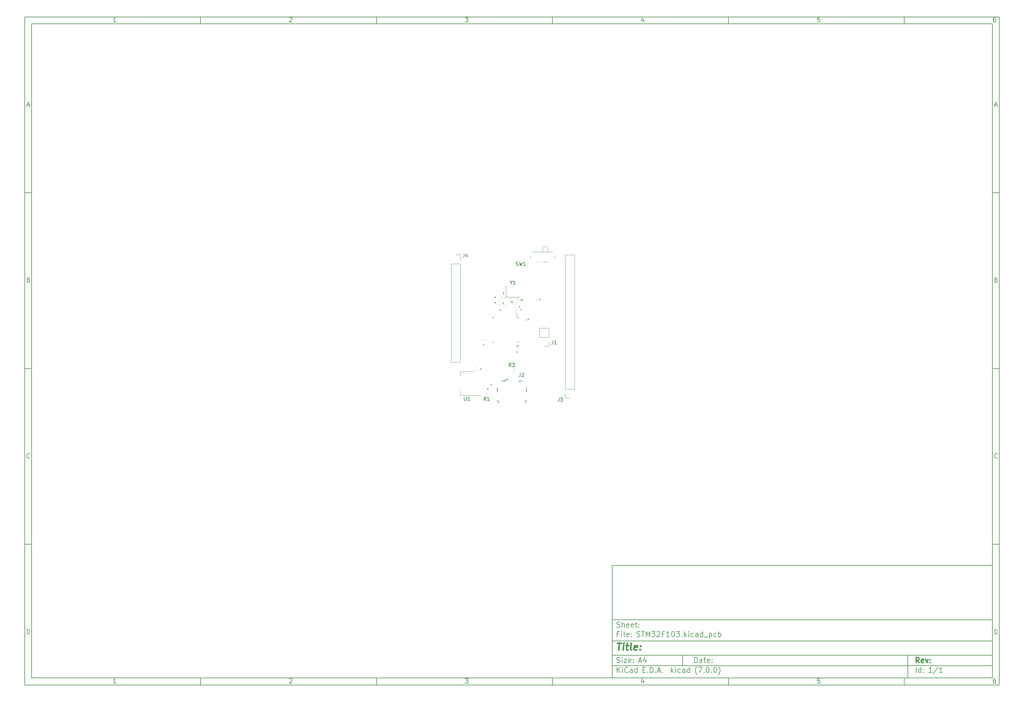
<source format=gbr>
%TF.GenerationSoftware,KiCad,Pcbnew,(7.0.0)*%
%TF.CreationDate,2023-03-08T00:24:42-05:00*%
%TF.ProjectId,STM32F103,53544d33-3246-4313-9033-2e6b69636164,rev?*%
%TF.SameCoordinates,Original*%
%TF.FileFunction,Legend,Top*%
%TF.FilePolarity,Positive*%
%FSLAX46Y46*%
G04 Gerber Fmt 4.6, Leading zero omitted, Abs format (unit mm)*
G04 Created by KiCad (PCBNEW (7.0.0)) date 2023-03-08 00:24:42*
%MOMM*%
%LPD*%
G01*
G04 APERTURE LIST*
%ADD10C,0.100000*%
%ADD11C,0.150000*%
%ADD12C,0.300000*%
%ADD13C,0.400000*%
%ADD14C,0.050000*%
%ADD15C,0.120000*%
G04 APERTURE END LIST*
D10*
D11*
X177002200Y-166007200D02*
X285002200Y-166007200D01*
X285002200Y-198007200D01*
X177002200Y-198007200D01*
X177002200Y-166007200D01*
D10*
D11*
X10000000Y-10000000D02*
X287002200Y-10000000D01*
X287002200Y-200007200D01*
X10000000Y-200007200D01*
X10000000Y-10000000D01*
D10*
D11*
X12000000Y-12000000D02*
X285002200Y-12000000D01*
X285002200Y-198007200D01*
X12000000Y-198007200D01*
X12000000Y-12000000D01*
D10*
D11*
X60000000Y-12000000D02*
X60000000Y-10000000D01*
D10*
D11*
X110000000Y-12000000D02*
X110000000Y-10000000D01*
D10*
D11*
X160000000Y-12000000D02*
X160000000Y-10000000D01*
D10*
D11*
X210000000Y-12000000D02*
X210000000Y-10000000D01*
D10*
D11*
X260000000Y-12000000D02*
X260000000Y-10000000D01*
D10*
D11*
X35990476Y-11477595D02*
X35247619Y-11477595D01*
X35619047Y-11477595D02*
X35619047Y-10177595D01*
X35619047Y-10177595D02*
X35495238Y-10363309D01*
X35495238Y-10363309D02*
X35371428Y-10487119D01*
X35371428Y-10487119D02*
X35247619Y-10549023D01*
D10*
D11*
X85247619Y-10301404D02*
X85309523Y-10239500D01*
X85309523Y-10239500D02*
X85433333Y-10177595D01*
X85433333Y-10177595D02*
X85742857Y-10177595D01*
X85742857Y-10177595D02*
X85866666Y-10239500D01*
X85866666Y-10239500D02*
X85928571Y-10301404D01*
X85928571Y-10301404D02*
X85990476Y-10425214D01*
X85990476Y-10425214D02*
X85990476Y-10549023D01*
X85990476Y-10549023D02*
X85928571Y-10734738D01*
X85928571Y-10734738D02*
X85185714Y-11477595D01*
X85185714Y-11477595D02*
X85990476Y-11477595D01*
D10*
D11*
X135185714Y-10177595D02*
X135990476Y-10177595D01*
X135990476Y-10177595D02*
X135557142Y-10672833D01*
X135557142Y-10672833D02*
X135742857Y-10672833D01*
X135742857Y-10672833D02*
X135866666Y-10734738D01*
X135866666Y-10734738D02*
X135928571Y-10796642D01*
X135928571Y-10796642D02*
X135990476Y-10920452D01*
X135990476Y-10920452D02*
X135990476Y-11229976D01*
X135990476Y-11229976D02*
X135928571Y-11353785D01*
X135928571Y-11353785D02*
X135866666Y-11415690D01*
X135866666Y-11415690D02*
X135742857Y-11477595D01*
X135742857Y-11477595D02*
X135371428Y-11477595D01*
X135371428Y-11477595D02*
X135247619Y-11415690D01*
X135247619Y-11415690D02*
X135185714Y-11353785D01*
D10*
D11*
X185866666Y-10610928D02*
X185866666Y-11477595D01*
X185557142Y-10115690D02*
X185247619Y-11044261D01*
X185247619Y-11044261D02*
X186052380Y-11044261D01*
D10*
D11*
X235928571Y-10177595D02*
X235309523Y-10177595D01*
X235309523Y-10177595D02*
X235247619Y-10796642D01*
X235247619Y-10796642D02*
X235309523Y-10734738D01*
X235309523Y-10734738D02*
X235433333Y-10672833D01*
X235433333Y-10672833D02*
X235742857Y-10672833D01*
X235742857Y-10672833D02*
X235866666Y-10734738D01*
X235866666Y-10734738D02*
X235928571Y-10796642D01*
X235928571Y-10796642D02*
X235990476Y-10920452D01*
X235990476Y-10920452D02*
X235990476Y-11229976D01*
X235990476Y-11229976D02*
X235928571Y-11353785D01*
X235928571Y-11353785D02*
X235866666Y-11415690D01*
X235866666Y-11415690D02*
X235742857Y-11477595D01*
X235742857Y-11477595D02*
X235433333Y-11477595D01*
X235433333Y-11477595D02*
X235309523Y-11415690D01*
X235309523Y-11415690D02*
X235247619Y-11353785D01*
D10*
D11*
X285866666Y-10177595D02*
X285619047Y-10177595D01*
X285619047Y-10177595D02*
X285495238Y-10239500D01*
X285495238Y-10239500D02*
X285433333Y-10301404D01*
X285433333Y-10301404D02*
X285309523Y-10487119D01*
X285309523Y-10487119D02*
X285247619Y-10734738D01*
X285247619Y-10734738D02*
X285247619Y-11229976D01*
X285247619Y-11229976D02*
X285309523Y-11353785D01*
X285309523Y-11353785D02*
X285371428Y-11415690D01*
X285371428Y-11415690D02*
X285495238Y-11477595D01*
X285495238Y-11477595D02*
X285742857Y-11477595D01*
X285742857Y-11477595D02*
X285866666Y-11415690D01*
X285866666Y-11415690D02*
X285928571Y-11353785D01*
X285928571Y-11353785D02*
X285990476Y-11229976D01*
X285990476Y-11229976D02*
X285990476Y-10920452D01*
X285990476Y-10920452D02*
X285928571Y-10796642D01*
X285928571Y-10796642D02*
X285866666Y-10734738D01*
X285866666Y-10734738D02*
X285742857Y-10672833D01*
X285742857Y-10672833D02*
X285495238Y-10672833D01*
X285495238Y-10672833D02*
X285371428Y-10734738D01*
X285371428Y-10734738D02*
X285309523Y-10796642D01*
X285309523Y-10796642D02*
X285247619Y-10920452D01*
D10*
D11*
X60000000Y-198007200D02*
X60000000Y-200007200D01*
D10*
D11*
X110000000Y-198007200D02*
X110000000Y-200007200D01*
D10*
D11*
X160000000Y-198007200D02*
X160000000Y-200007200D01*
D10*
D11*
X210000000Y-198007200D02*
X210000000Y-200007200D01*
D10*
D11*
X260000000Y-198007200D02*
X260000000Y-200007200D01*
D10*
D11*
X35990476Y-199484795D02*
X35247619Y-199484795D01*
X35619047Y-199484795D02*
X35619047Y-198184795D01*
X35619047Y-198184795D02*
X35495238Y-198370509D01*
X35495238Y-198370509D02*
X35371428Y-198494319D01*
X35371428Y-198494319D02*
X35247619Y-198556223D01*
D10*
D11*
X85247619Y-198308604D02*
X85309523Y-198246700D01*
X85309523Y-198246700D02*
X85433333Y-198184795D01*
X85433333Y-198184795D02*
X85742857Y-198184795D01*
X85742857Y-198184795D02*
X85866666Y-198246700D01*
X85866666Y-198246700D02*
X85928571Y-198308604D01*
X85928571Y-198308604D02*
X85990476Y-198432414D01*
X85990476Y-198432414D02*
X85990476Y-198556223D01*
X85990476Y-198556223D02*
X85928571Y-198741938D01*
X85928571Y-198741938D02*
X85185714Y-199484795D01*
X85185714Y-199484795D02*
X85990476Y-199484795D01*
D10*
D11*
X135185714Y-198184795D02*
X135990476Y-198184795D01*
X135990476Y-198184795D02*
X135557142Y-198680033D01*
X135557142Y-198680033D02*
X135742857Y-198680033D01*
X135742857Y-198680033D02*
X135866666Y-198741938D01*
X135866666Y-198741938D02*
X135928571Y-198803842D01*
X135928571Y-198803842D02*
X135990476Y-198927652D01*
X135990476Y-198927652D02*
X135990476Y-199237176D01*
X135990476Y-199237176D02*
X135928571Y-199360985D01*
X135928571Y-199360985D02*
X135866666Y-199422890D01*
X135866666Y-199422890D02*
X135742857Y-199484795D01*
X135742857Y-199484795D02*
X135371428Y-199484795D01*
X135371428Y-199484795D02*
X135247619Y-199422890D01*
X135247619Y-199422890D02*
X135185714Y-199360985D01*
D10*
D11*
X185866666Y-198618128D02*
X185866666Y-199484795D01*
X185557142Y-198122890D02*
X185247619Y-199051461D01*
X185247619Y-199051461D02*
X186052380Y-199051461D01*
D10*
D11*
X235928571Y-198184795D02*
X235309523Y-198184795D01*
X235309523Y-198184795D02*
X235247619Y-198803842D01*
X235247619Y-198803842D02*
X235309523Y-198741938D01*
X235309523Y-198741938D02*
X235433333Y-198680033D01*
X235433333Y-198680033D02*
X235742857Y-198680033D01*
X235742857Y-198680033D02*
X235866666Y-198741938D01*
X235866666Y-198741938D02*
X235928571Y-198803842D01*
X235928571Y-198803842D02*
X235990476Y-198927652D01*
X235990476Y-198927652D02*
X235990476Y-199237176D01*
X235990476Y-199237176D02*
X235928571Y-199360985D01*
X235928571Y-199360985D02*
X235866666Y-199422890D01*
X235866666Y-199422890D02*
X235742857Y-199484795D01*
X235742857Y-199484795D02*
X235433333Y-199484795D01*
X235433333Y-199484795D02*
X235309523Y-199422890D01*
X235309523Y-199422890D02*
X235247619Y-199360985D01*
D10*
D11*
X285866666Y-198184795D02*
X285619047Y-198184795D01*
X285619047Y-198184795D02*
X285495238Y-198246700D01*
X285495238Y-198246700D02*
X285433333Y-198308604D01*
X285433333Y-198308604D02*
X285309523Y-198494319D01*
X285309523Y-198494319D02*
X285247619Y-198741938D01*
X285247619Y-198741938D02*
X285247619Y-199237176D01*
X285247619Y-199237176D02*
X285309523Y-199360985D01*
X285309523Y-199360985D02*
X285371428Y-199422890D01*
X285371428Y-199422890D02*
X285495238Y-199484795D01*
X285495238Y-199484795D02*
X285742857Y-199484795D01*
X285742857Y-199484795D02*
X285866666Y-199422890D01*
X285866666Y-199422890D02*
X285928571Y-199360985D01*
X285928571Y-199360985D02*
X285990476Y-199237176D01*
X285990476Y-199237176D02*
X285990476Y-198927652D01*
X285990476Y-198927652D02*
X285928571Y-198803842D01*
X285928571Y-198803842D02*
X285866666Y-198741938D01*
X285866666Y-198741938D02*
X285742857Y-198680033D01*
X285742857Y-198680033D02*
X285495238Y-198680033D01*
X285495238Y-198680033D02*
X285371428Y-198741938D01*
X285371428Y-198741938D02*
X285309523Y-198803842D01*
X285309523Y-198803842D02*
X285247619Y-198927652D01*
D10*
D11*
X10000000Y-60000000D02*
X12000000Y-60000000D01*
D10*
D11*
X10000000Y-110000000D02*
X12000000Y-110000000D01*
D10*
D11*
X10000000Y-160000000D02*
X12000000Y-160000000D01*
D10*
D11*
X10690476Y-35106166D02*
X11309523Y-35106166D01*
X10566666Y-35477595D02*
X10999999Y-34177595D01*
X10999999Y-34177595D02*
X11433333Y-35477595D01*
D10*
D11*
X11092857Y-84796642D02*
X11278571Y-84858547D01*
X11278571Y-84858547D02*
X11340476Y-84920452D01*
X11340476Y-84920452D02*
X11402380Y-85044261D01*
X11402380Y-85044261D02*
X11402380Y-85229976D01*
X11402380Y-85229976D02*
X11340476Y-85353785D01*
X11340476Y-85353785D02*
X11278571Y-85415690D01*
X11278571Y-85415690D02*
X11154761Y-85477595D01*
X11154761Y-85477595D02*
X10659523Y-85477595D01*
X10659523Y-85477595D02*
X10659523Y-84177595D01*
X10659523Y-84177595D02*
X11092857Y-84177595D01*
X11092857Y-84177595D02*
X11216666Y-84239500D01*
X11216666Y-84239500D02*
X11278571Y-84301404D01*
X11278571Y-84301404D02*
X11340476Y-84425214D01*
X11340476Y-84425214D02*
X11340476Y-84549023D01*
X11340476Y-84549023D02*
X11278571Y-84672833D01*
X11278571Y-84672833D02*
X11216666Y-84734738D01*
X11216666Y-84734738D02*
X11092857Y-84796642D01*
X11092857Y-84796642D02*
X10659523Y-84796642D01*
D10*
D11*
X11402380Y-135353785D02*
X11340476Y-135415690D01*
X11340476Y-135415690D02*
X11154761Y-135477595D01*
X11154761Y-135477595D02*
X11030952Y-135477595D01*
X11030952Y-135477595D02*
X10845238Y-135415690D01*
X10845238Y-135415690D02*
X10721428Y-135291880D01*
X10721428Y-135291880D02*
X10659523Y-135168071D01*
X10659523Y-135168071D02*
X10597619Y-134920452D01*
X10597619Y-134920452D02*
X10597619Y-134734738D01*
X10597619Y-134734738D02*
X10659523Y-134487119D01*
X10659523Y-134487119D02*
X10721428Y-134363309D01*
X10721428Y-134363309D02*
X10845238Y-134239500D01*
X10845238Y-134239500D02*
X11030952Y-134177595D01*
X11030952Y-134177595D02*
X11154761Y-134177595D01*
X11154761Y-134177595D02*
X11340476Y-134239500D01*
X11340476Y-134239500D02*
X11402380Y-134301404D01*
D10*
D11*
X10659523Y-185477595D02*
X10659523Y-184177595D01*
X10659523Y-184177595D02*
X10969047Y-184177595D01*
X10969047Y-184177595D02*
X11154761Y-184239500D01*
X11154761Y-184239500D02*
X11278571Y-184363309D01*
X11278571Y-184363309D02*
X11340476Y-184487119D01*
X11340476Y-184487119D02*
X11402380Y-184734738D01*
X11402380Y-184734738D02*
X11402380Y-184920452D01*
X11402380Y-184920452D02*
X11340476Y-185168071D01*
X11340476Y-185168071D02*
X11278571Y-185291880D01*
X11278571Y-185291880D02*
X11154761Y-185415690D01*
X11154761Y-185415690D02*
X10969047Y-185477595D01*
X10969047Y-185477595D02*
X10659523Y-185477595D01*
D10*
D11*
X287002200Y-60000000D02*
X285002200Y-60000000D01*
D10*
D11*
X287002200Y-110000000D02*
X285002200Y-110000000D01*
D10*
D11*
X287002200Y-160000000D02*
X285002200Y-160000000D01*
D10*
D11*
X285692676Y-35106166D02*
X286311723Y-35106166D01*
X285568866Y-35477595D02*
X286002199Y-34177595D01*
X286002199Y-34177595D02*
X286435533Y-35477595D01*
D10*
D11*
X286095057Y-84796642D02*
X286280771Y-84858547D01*
X286280771Y-84858547D02*
X286342676Y-84920452D01*
X286342676Y-84920452D02*
X286404580Y-85044261D01*
X286404580Y-85044261D02*
X286404580Y-85229976D01*
X286404580Y-85229976D02*
X286342676Y-85353785D01*
X286342676Y-85353785D02*
X286280771Y-85415690D01*
X286280771Y-85415690D02*
X286156961Y-85477595D01*
X286156961Y-85477595D02*
X285661723Y-85477595D01*
X285661723Y-85477595D02*
X285661723Y-84177595D01*
X285661723Y-84177595D02*
X286095057Y-84177595D01*
X286095057Y-84177595D02*
X286218866Y-84239500D01*
X286218866Y-84239500D02*
X286280771Y-84301404D01*
X286280771Y-84301404D02*
X286342676Y-84425214D01*
X286342676Y-84425214D02*
X286342676Y-84549023D01*
X286342676Y-84549023D02*
X286280771Y-84672833D01*
X286280771Y-84672833D02*
X286218866Y-84734738D01*
X286218866Y-84734738D02*
X286095057Y-84796642D01*
X286095057Y-84796642D02*
X285661723Y-84796642D01*
D10*
D11*
X286404580Y-135353785D02*
X286342676Y-135415690D01*
X286342676Y-135415690D02*
X286156961Y-135477595D01*
X286156961Y-135477595D02*
X286033152Y-135477595D01*
X286033152Y-135477595D02*
X285847438Y-135415690D01*
X285847438Y-135415690D02*
X285723628Y-135291880D01*
X285723628Y-135291880D02*
X285661723Y-135168071D01*
X285661723Y-135168071D02*
X285599819Y-134920452D01*
X285599819Y-134920452D02*
X285599819Y-134734738D01*
X285599819Y-134734738D02*
X285661723Y-134487119D01*
X285661723Y-134487119D02*
X285723628Y-134363309D01*
X285723628Y-134363309D02*
X285847438Y-134239500D01*
X285847438Y-134239500D02*
X286033152Y-134177595D01*
X286033152Y-134177595D02*
X286156961Y-134177595D01*
X286156961Y-134177595D02*
X286342676Y-134239500D01*
X286342676Y-134239500D02*
X286404580Y-134301404D01*
D10*
D11*
X285661723Y-185477595D02*
X285661723Y-184177595D01*
X285661723Y-184177595D02*
X285971247Y-184177595D01*
X285971247Y-184177595D02*
X286156961Y-184239500D01*
X286156961Y-184239500D02*
X286280771Y-184363309D01*
X286280771Y-184363309D02*
X286342676Y-184487119D01*
X286342676Y-184487119D02*
X286404580Y-184734738D01*
X286404580Y-184734738D02*
X286404580Y-184920452D01*
X286404580Y-184920452D02*
X286342676Y-185168071D01*
X286342676Y-185168071D02*
X286280771Y-185291880D01*
X286280771Y-185291880D02*
X286156961Y-185415690D01*
X286156961Y-185415690D02*
X285971247Y-185477595D01*
X285971247Y-185477595D02*
X285661723Y-185477595D01*
D10*
D11*
X200359342Y-193658271D02*
X200359342Y-192158271D01*
X200359342Y-192158271D02*
X200716485Y-192158271D01*
X200716485Y-192158271D02*
X200930771Y-192229700D01*
X200930771Y-192229700D02*
X201073628Y-192372557D01*
X201073628Y-192372557D02*
X201145057Y-192515414D01*
X201145057Y-192515414D02*
X201216485Y-192801128D01*
X201216485Y-192801128D02*
X201216485Y-193015414D01*
X201216485Y-193015414D02*
X201145057Y-193301128D01*
X201145057Y-193301128D02*
X201073628Y-193443985D01*
X201073628Y-193443985D02*
X200930771Y-193586842D01*
X200930771Y-193586842D02*
X200716485Y-193658271D01*
X200716485Y-193658271D02*
X200359342Y-193658271D01*
X202502200Y-193658271D02*
X202502200Y-192872557D01*
X202502200Y-192872557D02*
X202430771Y-192729700D01*
X202430771Y-192729700D02*
X202287914Y-192658271D01*
X202287914Y-192658271D02*
X202002200Y-192658271D01*
X202002200Y-192658271D02*
X201859342Y-192729700D01*
X202502200Y-193586842D02*
X202359342Y-193658271D01*
X202359342Y-193658271D02*
X202002200Y-193658271D01*
X202002200Y-193658271D02*
X201859342Y-193586842D01*
X201859342Y-193586842D02*
X201787914Y-193443985D01*
X201787914Y-193443985D02*
X201787914Y-193301128D01*
X201787914Y-193301128D02*
X201859342Y-193158271D01*
X201859342Y-193158271D02*
X202002200Y-193086842D01*
X202002200Y-193086842D02*
X202359342Y-193086842D01*
X202359342Y-193086842D02*
X202502200Y-193015414D01*
X203002200Y-192658271D02*
X203573628Y-192658271D01*
X203216485Y-192158271D02*
X203216485Y-193443985D01*
X203216485Y-193443985D02*
X203287914Y-193586842D01*
X203287914Y-193586842D02*
X203430771Y-193658271D01*
X203430771Y-193658271D02*
X203573628Y-193658271D01*
X204645057Y-193586842D02*
X204502200Y-193658271D01*
X204502200Y-193658271D02*
X204216486Y-193658271D01*
X204216486Y-193658271D02*
X204073628Y-193586842D01*
X204073628Y-193586842D02*
X204002200Y-193443985D01*
X204002200Y-193443985D02*
X204002200Y-192872557D01*
X204002200Y-192872557D02*
X204073628Y-192729700D01*
X204073628Y-192729700D02*
X204216486Y-192658271D01*
X204216486Y-192658271D02*
X204502200Y-192658271D01*
X204502200Y-192658271D02*
X204645057Y-192729700D01*
X204645057Y-192729700D02*
X204716486Y-192872557D01*
X204716486Y-192872557D02*
X204716486Y-193015414D01*
X204716486Y-193015414D02*
X204002200Y-193158271D01*
X205359342Y-193515414D02*
X205430771Y-193586842D01*
X205430771Y-193586842D02*
X205359342Y-193658271D01*
X205359342Y-193658271D02*
X205287914Y-193586842D01*
X205287914Y-193586842D02*
X205359342Y-193515414D01*
X205359342Y-193515414D02*
X205359342Y-193658271D01*
X205359342Y-192729700D02*
X205430771Y-192801128D01*
X205430771Y-192801128D02*
X205359342Y-192872557D01*
X205359342Y-192872557D02*
X205287914Y-192801128D01*
X205287914Y-192801128D02*
X205359342Y-192729700D01*
X205359342Y-192729700D02*
X205359342Y-192872557D01*
D10*
D11*
X177002200Y-194507200D02*
X285002200Y-194507200D01*
D10*
D11*
X178359342Y-196458271D02*
X178359342Y-194958271D01*
X179216485Y-196458271D02*
X178573628Y-195601128D01*
X179216485Y-194958271D02*
X178359342Y-195815414D01*
X179859342Y-196458271D02*
X179859342Y-195458271D01*
X179859342Y-194958271D02*
X179787914Y-195029700D01*
X179787914Y-195029700D02*
X179859342Y-195101128D01*
X179859342Y-195101128D02*
X179930771Y-195029700D01*
X179930771Y-195029700D02*
X179859342Y-194958271D01*
X179859342Y-194958271D02*
X179859342Y-195101128D01*
X181430771Y-196315414D02*
X181359343Y-196386842D01*
X181359343Y-196386842D02*
X181145057Y-196458271D01*
X181145057Y-196458271D02*
X181002200Y-196458271D01*
X181002200Y-196458271D02*
X180787914Y-196386842D01*
X180787914Y-196386842D02*
X180645057Y-196243985D01*
X180645057Y-196243985D02*
X180573628Y-196101128D01*
X180573628Y-196101128D02*
X180502200Y-195815414D01*
X180502200Y-195815414D02*
X180502200Y-195601128D01*
X180502200Y-195601128D02*
X180573628Y-195315414D01*
X180573628Y-195315414D02*
X180645057Y-195172557D01*
X180645057Y-195172557D02*
X180787914Y-195029700D01*
X180787914Y-195029700D02*
X181002200Y-194958271D01*
X181002200Y-194958271D02*
X181145057Y-194958271D01*
X181145057Y-194958271D02*
X181359343Y-195029700D01*
X181359343Y-195029700D02*
X181430771Y-195101128D01*
X182716486Y-196458271D02*
X182716486Y-195672557D01*
X182716486Y-195672557D02*
X182645057Y-195529700D01*
X182645057Y-195529700D02*
X182502200Y-195458271D01*
X182502200Y-195458271D02*
X182216486Y-195458271D01*
X182216486Y-195458271D02*
X182073628Y-195529700D01*
X182716486Y-196386842D02*
X182573628Y-196458271D01*
X182573628Y-196458271D02*
X182216486Y-196458271D01*
X182216486Y-196458271D02*
X182073628Y-196386842D01*
X182073628Y-196386842D02*
X182002200Y-196243985D01*
X182002200Y-196243985D02*
X182002200Y-196101128D01*
X182002200Y-196101128D02*
X182073628Y-195958271D01*
X182073628Y-195958271D02*
X182216486Y-195886842D01*
X182216486Y-195886842D02*
X182573628Y-195886842D01*
X182573628Y-195886842D02*
X182716486Y-195815414D01*
X184073629Y-196458271D02*
X184073629Y-194958271D01*
X184073629Y-196386842D02*
X183930771Y-196458271D01*
X183930771Y-196458271D02*
X183645057Y-196458271D01*
X183645057Y-196458271D02*
X183502200Y-196386842D01*
X183502200Y-196386842D02*
X183430771Y-196315414D01*
X183430771Y-196315414D02*
X183359343Y-196172557D01*
X183359343Y-196172557D02*
X183359343Y-195743985D01*
X183359343Y-195743985D02*
X183430771Y-195601128D01*
X183430771Y-195601128D02*
X183502200Y-195529700D01*
X183502200Y-195529700D02*
X183645057Y-195458271D01*
X183645057Y-195458271D02*
X183930771Y-195458271D01*
X183930771Y-195458271D02*
X184073629Y-195529700D01*
X185687914Y-195672557D02*
X186187914Y-195672557D01*
X186402200Y-196458271D02*
X185687914Y-196458271D01*
X185687914Y-196458271D02*
X185687914Y-194958271D01*
X185687914Y-194958271D02*
X186402200Y-194958271D01*
X187045057Y-196315414D02*
X187116486Y-196386842D01*
X187116486Y-196386842D02*
X187045057Y-196458271D01*
X187045057Y-196458271D02*
X186973629Y-196386842D01*
X186973629Y-196386842D02*
X187045057Y-196315414D01*
X187045057Y-196315414D02*
X187045057Y-196458271D01*
X187759343Y-196458271D02*
X187759343Y-194958271D01*
X187759343Y-194958271D02*
X188116486Y-194958271D01*
X188116486Y-194958271D02*
X188330772Y-195029700D01*
X188330772Y-195029700D02*
X188473629Y-195172557D01*
X188473629Y-195172557D02*
X188545058Y-195315414D01*
X188545058Y-195315414D02*
X188616486Y-195601128D01*
X188616486Y-195601128D02*
X188616486Y-195815414D01*
X188616486Y-195815414D02*
X188545058Y-196101128D01*
X188545058Y-196101128D02*
X188473629Y-196243985D01*
X188473629Y-196243985D02*
X188330772Y-196386842D01*
X188330772Y-196386842D02*
X188116486Y-196458271D01*
X188116486Y-196458271D02*
X187759343Y-196458271D01*
X189259343Y-196315414D02*
X189330772Y-196386842D01*
X189330772Y-196386842D02*
X189259343Y-196458271D01*
X189259343Y-196458271D02*
X189187915Y-196386842D01*
X189187915Y-196386842D02*
X189259343Y-196315414D01*
X189259343Y-196315414D02*
X189259343Y-196458271D01*
X189902201Y-196029700D02*
X190616487Y-196029700D01*
X189759344Y-196458271D02*
X190259344Y-194958271D01*
X190259344Y-194958271D02*
X190759344Y-196458271D01*
X191259343Y-196315414D02*
X191330772Y-196386842D01*
X191330772Y-196386842D02*
X191259343Y-196458271D01*
X191259343Y-196458271D02*
X191187915Y-196386842D01*
X191187915Y-196386842D02*
X191259343Y-196315414D01*
X191259343Y-196315414D02*
X191259343Y-196458271D01*
X193773629Y-196458271D02*
X193773629Y-194958271D01*
X193916487Y-195886842D02*
X194345058Y-196458271D01*
X194345058Y-195458271D02*
X193773629Y-196029700D01*
X194987915Y-196458271D02*
X194987915Y-195458271D01*
X194987915Y-194958271D02*
X194916487Y-195029700D01*
X194916487Y-195029700D02*
X194987915Y-195101128D01*
X194987915Y-195101128D02*
X195059344Y-195029700D01*
X195059344Y-195029700D02*
X194987915Y-194958271D01*
X194987915Y-194958271D02*
X194987915Y-195101128D01*
X196345059Y-196386842D02*
X196202201Y-196458271D01*
X196202201Y-196458271D02*
X195916487Y-196458271D01*
X195916487Y-196458271D02*
X195773630Y-196386842D01*
X195773630Y-196386842D02*
X195702201Y-196315414D01*
X195702201Y-196315414D02*
X195630773Y-196172557D01*
X195630773Y-196172557D02*
X195630773Y-195743985D01*
X195630773Y-195743985D02*
X195702201Y-195601128D01*
X195702201Y-195601128D02*
X195773630Y-195529700D01*
X195773630Y-195529700D02*
X195916487Y-195458271D01*
X195916487Y-195458271D02*
X196202201Y-195458271D01*
X196202201Y-195458271D02*
X196345059Y-195529700D01*
X197630773Y-196458271D02*
X197630773Y-195672557D01*
X197630773Y-195672557D02*
X197559344Y-195529700D01*
X197559344Y-195529700D02*
X197416487Y-195458271D01*
X197416487Y-195458271D02*
X197130773Y-195458271D01*
X197130773Y-195458271D02*
X196987915Y-195529700D01*
X197630773Y-196386842D02*
X197487915Y-196458271D01*
X197487915Y-196458271D02*
X197130773Y-196458271D01*
X197130773Y-196458271D02*
X196987915Y-196386842D01*
X196987915Y-196386842D02*
X196916487Y-196243985D01*
X196916487Y-196243985D02*
X196916487Y-196101128D01*
X196916487Y-196101128D02*
X196987915Y-195958271D01*
X196987915Y-195958271D02*
X197130773Y-195886842D01*
X197130773Y-195886842D02*
X197487915Y-195886842D01*
X197487915Y-195886842D02*
X197630773Y-195815414D01*
X198987916Y-196458271D02*
X198987916Y-194958271D01*
X198987916Y-196386842D02*
X198845058Y-196458271D01*
X198845058Y-196458271D02*
X198559344Y-196458271D01*
X198559344Y-196458271D02*
X198416487Y-196386842D01*
X198416487Y-196386842D02*
X198345058Y-196315414D01*
X198345058Y-196315414D02*
X198273630Y-196172557D01*
X198273630Y-196172557D02*
X198273630Y-195743985D01*
X198273630Y-195743985D02*
X198345058Y-195601128D01*
X198345058Y-195601128D02*
X198416487Y-195529700D01*
X198416487Y-195529700D02*
X198559344Y-195458271D01*
X198559344Y-195458271D02*
X198845058Y-195458271D01*
X198845058Y-195458271D02*
X198987916Y-195529700D01*
X201030773Y-197029700D02*
X200959344Y-196958271D01*
X200959344Y-196958271D02*
X200816487Y-196743985D01*
X200816487Y-196743985D02*
X200745059Y-196601128D01*
X200745059Y-196601128D02*
X200673630Y-196386842D01*
X200673630Y-196386842D02*
X200602201Y-196029700D01*
X200602201Y-196029700D02*
X200602201Y-195743985D01*
X200602201Y-195743985D02*
X200673630Y-195386842D01*
X200673630Y-195386842D02*
X200745059Y-195172557D01*
X200745059Y-195172557D02*
X200816487Y-195029700D01*
X200816487Y-195029700D02*
X200959344Y-194815414D01*
X200959344Y-194815414D02*
X201030773Y-194743985D01*
X201459344Y-194958271D02*
X202459344Y-194958271D01*
X202459344Y-194958271D02*
X201816487Y-196458271D01*
X203030772Y-196315414D02*
X203102201Y-196386842D01*
X203102201Y-196386842D02*
X203030772Y-196458271D01*
X203030772Y-196458271D02*
X202959344Y-196386842D01*
X202959344Y-196386842D02*
X203030772Y-196315414D01*
X203030772Y-196315414D02*
X203030772Y-196458271D01*
X204030773Y-194958271D02*
X204173630Y-194958271D01*
X204173630Y-194958271D02*
X204316487Y-195029700D01*
X204316487Y-195029700D02*
X204387916Y-195101128D01*
X204387916Y-195101128D02*
X204459344Y-195243985D01*
X204459344Y-195243985D02*
X204530773Y-195529700D01*
X204530773Y-195529700D02*
X204530773Y-195886842D01*
X204530773Y-195886842D02*
X204459344Y-196172557D01*
X204459344Y-196172557D02*
X204387916Y-196315414D01*
X204387916Y-196315414D02*
X204316487Y-196386842D01*
X204316487Y-196386842D02*
X204173630Y-196458271D01*
X204173630Y-196458271D02*
X204030773Y-196458271D01*
X204030773Y-196458271D02*
X203887916Y-196386842D01*
X203887916Y-196386842D02*
X203816487Y-196315414D01*
X203816487Y-196315414D02*
X203745058Y-196172557D01*
X203745058Y-196172557D02*
X203673630Y-195886842D01*
X203673630Y-195886842D02*
X203673630Y-195529700D01*
X203673630Y-195529700D02*
X203745058Y-195243985D01*
X203745058Y-195243985D02*
X203816487Y-195101128D01*
X203816487Y-195101128D02*
X203887916Y-195029700D01*
X203887916Y-195029700D02*
X204030773Y-194958271D01*
X205173629Y-196315414D02*
X205245058Y-196386842D01*
X205245058Y-196386842D02*
X205173629Y-196458271D01*
X205173629Y-196458271D02*
X205102201Y-196386842D01*
X205102201Y-196386842D02*
X205173629Y-196315414D01*
X205173629Y-196315414D02*
X205173629Y-196458271D01*
X206173630Y-194958271D02*
X206316487Y-194958271D01*
X206316487Y-194958271D02*
X206459344Y-195029700D01*
X206459344Y-195029700D02*
X206530773Y-195101128D01*
X206530773Y-195101128D02*
X206602201Y-195243985D01*
X206602201Y-195243985D02*
X206673630Y-195529700D01*
X206673630Y-195529700D02*
X206673630Y-195886842D01*
X206673630Y-195886842D02*
X206602201Y-196172557D01*
X206602201Y-196172557D02*
X206530773Y-196315414D01*
X206530773Y-196315414D02*
X206459344Y-196386842D01*
X206459344Y-196386842D02*
X206316487Y-196458271D01*
X206316487Y-196458271D02*
X206173630Y-196458271D01*
X206173630Y-196458271D02*
X206030773Y-196386842D01*
X206030773Y-196386842D02*
X205959344Y-196315414D01*
X205959344Y-196315414D02*
X205887915Y-196172557D01*
X205887915Y-196172557D02*
X205816487Y-195886842D01*
X205816487Y-195886842D02*
X205816487Y-195529700D01*
X205816487Y-195529700D02*
X205887915Y-195243985D01*
X205887915Y-195243985D02*
X205959344Y-195101128D01*
X205959344Y-195101128D02*
X206030773Y-195029700D01*
X206030773Y-195029700D02*
X206173630Y-194958271D01*
X207173629Y-197029700D02*
X207245058Y-196958271D01*
X207245058Y-196958271D02*
X207387915Y-196743985D01*
X207387915Y-196743985D02*
X207459344Y-196601128D01*
X207459344Y-196601128D02*
X207530772Y-196386842D01*
X207530772Y-196386842D02*
X207602201Y-196029700D01*
X207602201Y-196029700D02*
X207602201Y-195743985D01*
X207602201Y-195743985D02*
X207530772Y-195386842D01*
X207530772Y-195386842D02*
X207459344Y-195172557D01*
X207459344Y-195172557D02*
X207387915Y-195029700D01*
X207387915Y-195029700D02*
X207245058Y-194815414D01*
X207245058Y-194815414D02*
X207173629Y-194743985D01*
D10*
D11*
X177002200Y-191507200D02*
X285002200Y-191507200D01*
D10*
D12*
X264216485Y-193658271D02*
X263716485Y-192943985D01*
X263359342Y-193658271D02*
X263359342Y-192158271D01*
X263359342Y-192158271D02*
X263930771Y-192158271D01*
X263930771Y-192158271D02*
X264073628Y-192229700D01*
X264073628Y-192229700D02*
X264145057Y-192301128D01*
X264145057Y-192301128D02*
X264216485Y-192443985D01*
X264216485Y-192443985D02*
X264216485Y-192658271D01*
X264216485Y-192658271D02*
X264145057Y-192801128D01*
X264145057Y-192801128D02*
X264073628Y-192872557D01*
X264073628Y-192872557D02*
X263930771Y-192943985D01*
X263930771Y-192943985D02*
X263359342Y-192943985D01*
X265430771Y-193586842D02*
X265287914Y-193658271D01*
X265287914Y-193658271D02*
X265002200Y-193658271D01*
X265002200Y-193658271D02*
X264859342Y-193586842D01*
X264859342Y-193586842D02*
X264787914Y-193443985D01*
X264787914Y-193443985D02*
X264787914Y-192872557D01*
X264787914Y-192872557D02*
X264859342Y-192729700D01*
X264859342Y-192729700D02*
X265002200Y-192658271D01*
X265002200Y-192658271D02*
X265287914Y-192658271D01*
X265287914Y-192658271D02*
X265430771Y-192729700D01*
X265430771Y-192729700D02*
X265502200Y-192872557D01*
X265502200Y-192872557D02*
X265502200Y-193015414D01*
X265502200Y-193015414D02*
X264787914Y-193158271D01*
X266002199Y-192658271D02*
X266359342Y-193658271D01*
X266359342Y-193658271D02*
X266716485Y-192658271D01*
X267287913Y-193515414D02*
X267359342Y-193586842D01*
X267359342Y-193586842D02*
X267287913Y-193658271D01*
X267287913Y-193658271D02*
X267216485Y-193586842D01*
X267216485Y-193586842D02*
X267287913Y-193515414D01*
X267287913Y-193515414D02*
X267287913Y-193658271D01*
X267287913Y-192729700D02*
X267359342Y-192801128D01*
X267359342Y-192801128D02*
X267287913Y-192872557D01*
X267287913Y-192872557D02*
X267216485Y-192801128D01*
X267216485Y-192801128D02*
X267287913Y-192729700D01*
X267287913Y-192729700D02*
X267287913Y-192872557D01*
D10*
D11*
X178287914Y-193586842D02*
X178502200Y-193658271D01*
X178502200Y-193658271D02*
X178859342Y-193658271D01*
X178859342Y-193658271D02*
X179002200Y-193586842D01*
X179002200Y-193586842D02*
X179073628Y-193515414D01*
X179073628Y-193515414D02*
X179145057Y-193372557D01*
X179145057Y-193372557D02*
X179145057Y-193229700D01*
X179145057Y-193229700D02*
X179073628Y-193086842D01*
X179073628Y-193086842D02*
X179002200Y-193015414D01*
X179002200Y-193015414D02*
X178859342Y-192943985D01*
X178859342Y-192943985D02*
X178573628Y-192872557D01*
X178573628Y-192872557D02*
X178430771Y-192801128D01*
X178430771Y-192801128D02*
X178359342Y-192729700D01*
X178359342Y-192729700D02*
X178287914Y-192586842D01*
X178287914Y-192586842D02*
X178287914Y-192443985D01*
X178287914Y-192443985D02*
X178359342Y-192301128D01*
X178359342Y-192301128D02*
X178430771Y-192229700D01*
X178430771Y-192229700D02*
X178573628Y-192158271D01*
X178573628Y-192158271D02*
X178930771Y-192158271D01*
X178930771Y-192158271D02*
X179145057Y-192229700D01*
X179787913Y-193658271D02*
X179787913Y-192658271D01*
X179787913Y-192158271D02*
X179716485Y-192229700D01*
X179716485Y-192229700D02*
X179787913Y-192301128D01*
X179787913Y-192301128D02*
X179859342Y-192229700D01*
X179859342Y-192229700D02*
X179787913Y-192158271D01*
X179787913Y-192158271D02*
X179787913Y-192301128D01*
X180359342Y-192658271D02*
X181145057Y-192658271D01*
X181145057Y-192658271D02*
X180359342Y-193658271D01*
X180359342Y-193658271D02*
X181145057Y-193658271D01*
X182287914Y-193586842D02*
X182145057Y-193658271D01*
X182145057Y-193658271D02*
X181859343Y-193658271D01*
X181859343Y-193658271D02*
X181716485Y-193586842D01*
X181716485Y-193586842D02*
X181645057Y-193443985D01*
X181645057Y-193443985D02*
X181645057Y-192872557D01*
X181645057Y-192872557D02*
X181716485Y-192729700D01*
X181716485Y-192729700D02*
X181859343Y-192658271D01*
X181859343Y-192658271D02*
X182145057Y-192658271D01*
X182145057Y-192658271D02*
X182287914Y-192729700D01*
X182287914Y-192729700D02*
X182359343Y-192872557D01*
X182359343Y-192872557D02*
X182359343Y-193015414D01*
X182359343Y-193015414D02*
X181645057Y-193158271D01*
X183002199Y-193515414D02*
X183073628Y-193586842D01*
X183073628Y-193586842D02*
X183002199Y-193658271D01*
X183002199Y-193658271D02*
X182930771Y-193586842D01*
X182930771Y-193586842D02*
X183002199Y-193515414D01*
X183002199Y-193515414D02*
X183002199Y-193658271D01*
X183002199Y-192729700D02*
X183073628Y-192801128D01*
X183073628Y-192801128D02*
X183002199Y-192872557D01*
X183002199Y-192872557D02*
X182930771Y-192801128D01*
X182930771Y-192801128D02*
X183002199Y-192729700D01*
X183002199Y-192729700D02*
X183002199Y-192872557D01*
X184545057Y-193229700D02*
X185259343Y-193229700D01*
X184402200Y-193658271D02*
X184902200Y-192158271D01*
X184902200Y-192158271D02*
X185402200Y-193658271D01*
X186545057Y-192658271D02*
X186545057Y-193658271D01*
X186187914Y-192086842D02*
X185830771Y-193158271D01*
X185830771Y-193158271D02*
X186759342Y-193158271D01*
D10*
D11*
X263359342Y-196458271D02*
X263359342Y-194958271D01*
X264716486Y-196458271D02*
X264716486Y-194958271D01*
X264716486Y-196386842D02*
X264573628Y-196458271D01*
X264573628Y-196458271D02*
X264287914Y-196458271D01*
X264287914Y-196458271D02*
X264145057Y-196386842D01*
X264145057Y-196386842D02*
X264073628Y-196315414D01*
X264073628Y-196315414D02*
X264002200Y-196172557D01*
X264002200Y-196172557D02*
X264002200Y-195743985D01*
X264002200Y-195743985D02*
X264073628Y-195601128D01*
X264073628Y-195601128D02*
X264145057Y-195529700D01*
X264145057Y-195529700D02*
X264287914Y-195458271D01*
X264287914Y-195458271D02*
X264573628Y-195458271D01*
X264573628Y-195458271D02*
X264716486Y-195529700D01*
X265430771Y-196315414D02*
X265502200Y-196386842D01*
X265502200Y-196386842D02*
X265430771Y-196458271D01*
X265430771Y-196458271D02*
X265359343Y-196386842D01*
X265359343Y-196386842D02*
X265430771Y-196315414D01*
X265430771Y-196315414D02*
X265430771Y-196458271D01*
X265430771Y-195529700D02*
X265502200Y-195601128D01*
X265502200Y-195601128D02*
X265430771Y-195672557D01*
X265430771Y-195672557D02*
X265359343Y-195601128D01*
X265359343Y-195601128D02*
X265430771Y-195529700D01*
X265430771Y-195529700D02*
X265430771Y-195672557D01*
X267830772Y-196458271D02*
X266973629Y-196458271D01*
X267402200Y-196458271D02*
X267402200Y-194958271D01*
X267402200Y-194958271D02*
X267259343Y-195172557D01*
X267259343Y-195172557D02*
X267116486Y-195315414D01*
X267116486Y-195315414D02*
X266973629Y-195386842D01*
X269545057Y-194886842D02*
X268259343Y-196815414D01*
X270830772Y-196458271D02*
X269973629Y-196458271D01*
X270402200Y-196458271D02*
X270402200Y-194958271D01*
X270402200Y-194958271D02*
X270259343Y-195172557D01*
X270259343Y-195172557D02*
X270116486Y-195315414D01*
X270116486Y-195315414D02*
X269973629Y-195386842D01*
D10*
D11*
X177002200Y-187507200D02*
X285002200Y-187507200D01*
D10*
D13*
X178454580Y-188041961D02*
X179597438Y-188041961D01*
X178776009Y-190041961D02*
X179026009Y-188041961D01*
X180014105Y-190041961D02*
X180180771Y-188708628D01*
X180264105Y-188041961D02*
X180156962Y-188137200D01*
X180156962Y-188137200D02*
X180240295Y-188232438D01*
X180240295Y-188232438D02*
X180347438Y-188137200D01*
X180347438Y-188137200D02*
X180264105Y-188041961D01*
X180264105Y-188041961D02*
X180240295Y-188232438D01*
X180847438Y-188708628D02*
X181609343Y-188708628D01*
X181216486Y-188041961D02*
X181002200Y-189756247D01*
X181002200Y-189756247D02*
X181073629Y-189946723D01*
X181073629Y-189946723D02*
X181252200Y-190041961D01*
X181252200Y-190041961D02*
X181442676Y-190041961D01*
X182395057Y-190041961D02*
X182216486Y-189946723D01*
X182216486Y-189946723D02*
X182145057Y-189756247D01*
X182145057Y-189756247D02*
X182359343Y-188041961D01*
X183930771Y-189946723D02*
X183728390Y-190041961D01*
X183728390Y-190041961D02*
X183347438Y-190041961D01*
X183347438Y-190041961D02*
X183168867Y-189946723D01*
X183168867Y-189946723D02*
X183097438Y-189756247D01*
X183097438Y-189756247D02*
X183192676Y-188994342D01*
X183192676Y-188994342D02*
X183311724Y-188803866D01*
X183311724Y-188803866D02*
X183514105Y-188708628D01*
X183514105Y-188708628D02*
X183895057Y-188708628D01*
X183895057Y-188708628D02*
X184073628Y-188803866D01*
X184073628Y-188803866D02*
X184145057Y-188994342D01*
X184145057Y-188994342D02*
X184121247Y-189184819D01*
X184121247Y-189184819D02*
X183145057Y-189375295D01*
X184895057Y-189851485D02*
X184978391Y-189946723D01*
X184978391Y-189946723D02*
X184871248Y-190041961D01*
X184871248Y-190041961D02*
X184787914Y-189946723D01*
X184787914Y-189946723D02*
X184895057Y-189851485D01*
X184895057Y-189851485D02*
X184871248Y-190041961D01*
X185026010Y-188803866D02*
X185109343Y-188899104D01*
X185109343Y-188899104D02*
X185002200Y-188994342D01*
X185002200Y-188994342D02*
X184918867Y-188899104D01*
X184918867Y-188899104D02*
X185026010Y-188803866D01*
X185026010Y-188803866D02*
X185002200Y-188994342D01*
D10*
D11*
X178859342Y-185472557D02*
X178359342Y-185472557D01*
X178359342Y-186258271D02*
X178359342Y-184758271D01*
X178359342Y-184758271D02*
X179073628Y-184758271D01*
X179645056Y-186258271D02*
X179645056Y-185258271D01*
X179645056Y-184758271D02*
X179573628Y-184829700D01*
X179573628Y-184829700D02*
X179645056Y-184901128D01*
X179645056Y-184901128D02*
X179716485Y-184829700D01*
X179716485Y-184829700D02*
X179645056Y-184758271D01*
X179645056Y-184758271D02*
X179645056Y-184901128D01*
X180573628Y-186258271D02*
X180430771Y-186186842D01*
X180430771Y-186186842D02*
X180359342Y-186043985D01*
X180359342Y-186043985D02*
X180359342Y-184758271D01*
X181716485Y-186186842D02*
X181573628Y-186258271D01*
X181573628Y-186258271D02*
X181287914Y-186258271D01*
X181287914Y-186258271D02*
X181145056Y-186186842D01*
X181145056Y-186186842D02*
X181073628Y-186043985D01*
X181073628Y-186043985D02*
X181073628Y-185472557D01*
X181073628Y-185472557D02*
X181145056Y-185329700D01*
X181145056Y-185329700D02*
X181287914Y-185258271D01*
X181287914Y-185258271D02*
X181573628Y-185258271D01*
X181573628Y-185258271D02*
X181716485Y-185329700D01*
X181716485Y-185329700D02*
X181787914Y-185472557D01*
X181787914Y-185472557D02*
X181787914Y-185615414D01*
X181787914Y-185615414D02*
X181073628Y-185758271D01*
X182430770Y-186115414D02*
X182502199Y-186186842D01*
X182502199Y-186186842D02*
X182430770Y-186258271D01*
X182430770Y-186258271D02*
X182359342Y-186186842D01*
X182359342Y-186186842D02*
X182430770Y-186115414D01*
X182430770Y-186115414D02*
X182430770Y-186258271D01*
X182430770Y-185329700D02*
X182502199Y-185401128D01*
X182502199Y-185401128D02*
X182430770Y-185472557D01*
X182430770Y-185472557D02*
X182359342Y-185401128D01*
X182359342Y-185401128D02*
X182430770Y-185329700D01*
X182430770Y-185329700D02*
X182430770Y-185472557D01*
X183973628Y-186186842D02*
X184187914Y-186258271D01*
X184187914Y-186258271D02*
X184545056Y-186258271D01*
X184545056Y-186258271D02*
X184687914Y-186186842D01*
X184687914Y-186186842D02*
X184759342Y-186115414D01*
X184759342Y-186115414D02*
X184830771Y-185972557D01*
X184830771Y-185972557D02*
X184830771Y-185829700D01*
X184830771Y-185829700D02*
X184759342Y-185686842D01*
X184759342Y-185686842D02*
X184687914Y-185615414D01*
X184687914Y-185615414D02*
X184545056Y-185543985D01*
X184545056Y-185543985D02*
X184259342Y-185472557D01*
X184259342Y-185472557D02*
X184116485Y-185401128D01*
X184116485Y-185401128D02*
X184045056Y-185329700D01*
X184045056Y-185329700D02*
X183973628Y-185186842D01*
X183973628Y-185186842D02*
X183973628Y-185043985D01*
X183973628Y-185043985D02*
X184045056Y-184901128D01*
X184045056Y-184901128D02*
X184116485Y-184829700D01*
X184116485Y-184829700D02*
X184259342Y-184758271D01*
X184259342Y-184758271D02*
X184616485Y-184758271D01*
X184616485Y-184758271D02*
X184830771Y-184829700D01*
X185259342Y-184758271D02*
X186116485Y-184758271D01*
X185687913Y-186258271D02*
X185687913Y-184758271D01*
X186616484Y-186258271D02*
X186616484Y-184758271D01*
X186616484Y-184758271D02*
X187116484Y-185829700D01*
X187116484Y-185829700D02*
X187616484Y-184758271D01*
X187616484Y-184758271D02*
X187616484Y-186258271D01*
X188187913Y-184758271D02*
X189116485Y-184758271D01*
X189116485Y-184758271D02*
X188616485Y-185329700D01*
X188616485Y-185329700D02*
X188830770Y-185329700D01*
X188830770Y-185329700D02*
X188973628Y-185401128D01*
X188973628Y-185401128D02*
X189045056Y-185472557D01*
X189045056Y-185472557D02*
X189116485Y-185615414D01*
X189116485Y-185615414D02*
X189116485Y-185972557D01*
X189116485Y-185972557D02*
X189045056Y-186115414D01*
X189045056Y-186115414D02*
X188973628Y-186186842D01*
X188973628Y-186186842D02*
X188830770Y-186258271D01*
X188830770Y-186258271D02*
X188402199Y-186258271D01*
X188402199Y-186258271D02*
X188259342Y-186186842D01*
X188259342Y-186186842D02*
X188187913Y-186115414D01*
X189687913Y-184901128D02*
X189759341Y-184829700D01*
X189759341Y-184829700D02*
X189902199Y-184758271D01*
X189902199Y-184758271D02*
X190259341Y-184758271D01*
X190259341Y-184758271D02*
X190402199Y-184829700D01*
X190402199Y-184829700D02*
X190473627Y-184901128D01*
X190473627Y-184901128D02*
X190545056Y-185043985D01*
X190545056Y-185043985D02*
X190545056Y-185186842D01*
X190545056Y-185186842D02*
X190473627Y-185401128D01*
X190473627Y-185401128D02*
X189616484Y-186258271D01*
X189616484Y-186258271D02*
X190545056Y-186258271D01*
X191687912Y-185472557D02*
X191187912Y-185472557D01*
X191187912Y-186258271D02*
X191187912Y-184758271D01*
X191187912Y-184758271D02*
X191902198Y-184758271D01*
X193259341Y-186258271D02*
X192402198Y-186258271D01*
X192830769Y-186258271D02*
X192830769Y-184758271D01*
X192830769Y-184758271D02*
X192687912Y-184972557D01*
X192687912Y-184972557D02*
X192545055Y-185115414D01*
X192545055Y-185115414D02*
X192402198Y-185186842D01*
X194187912Y-184758271D02*
X194330769Y-184758271D01*
X194330769Y-184758271D02*
X194473626Y-184829700D01*
X194473626Y-184829700D02*
X194545055Y-184901128D01*
X194545055Y-184901128D02*
X194616483Y-185043985D01*
X194616483Y-185043985D02*
X194687912Y-185329700D01*
X194687912Y-185329700D02*
X194687912Y-185686842D01*
X194687912Y-185686842D02*
X194616483Y-185972557D01*
X194616483Y-185972557D02*
X194545055Y-186115414D01*
X194545055Y-186115414D02*
X194473626Y-186186842D01*
X194473626Y-186186842D02*
X194330769Y-186258271D01*
X194330769Y-186258271D02*
X194187912Y-186258271D01*
X194187912Y-186258271D02*
X194045055Y-186186842D01*
X194045055Y-186186842D02*
X193973626Y-186115414D01*
X193973626Y-186115414D02*
X193902197Y-185972557D01*
X193902197Y-185972557D02*
X193830769Y-185686842D01*
X193830769Y-185686842D02*
X193830769Y-185329700D01*
X193830769Y-185329700D02*
X193902197Y-185043985D01*
X193902197Y-185043985D02*
X193973626Y-184901128D01*
X193973626Y-184901128D02*
X194045055Y-184829700D01*
X194045055Y-184829700D02*
X194187912Y-184758271D01*
X195187911Y-184758271D02*
X196116483Y-184758271D01*
X196116483Y-184758271D02*
X195616483Y-185329700D01*
X195616483Y-185329700D02*
X195830768Y-185329700D01*
X195830768Y-185329700D02*
X195973626Y-185401128D01*
X195973626Y-185401128D02*
X196045054Y-185472557D01*
X196045054Y-185472557D02*
X196116483Y-185615414D01*
X196116483Y-185615414D02*
X196116483Y-185972557D01*
X196116483Y-185972557D02*
X196045054Y-186115414D01*
X196045054Y-186115414D02*
X195973626Y-186186842D01*
X195973626Y-186186842D02*
X195830768Y-186258271D01*
X195830768Y-186258271D02*
X195402197Y-186258271D01*
X195402197Y-186258271D02*
X195259340Y-186186842D01*
X195259340Y-186186842D02*
X195187911Y-186115414D01*
X196759339Y-186115414D02*
X196830768Y-186186842D01*
X196830768Y-186186842D02*
X196759339Y-186258271D01*
X196759339Y-186258271D02*
X196687911Y-186186842D01*
X196687911Y-186186842D02*
X196759339Y-186115414D01*
X196759339Y-186115414D02*
X196759339Y-186258271D01*
X197473625Y-186258271D02*
X197473625Y-184758271D01*
X197616483Y-185686842D02*
X198045054Y-186258271D01*
X198045054Y-185258271D02*
X197473625Y-185829700D01*
X198687911Y-186258271D02*
X198687911Y-185258271D01*
X198687911Y-184758271D02*
X198616483Y-184829700D01*
X198616483Y-184829700D02*
X198687911Y-184901128D01*
X198687911Y-184901128D02*
X198759340Y-184829700D01*
X198759340Y-184829700D02*
X198687911Y-184758271D01*
X198687911Y-184758271D02*
X198687911Y-184901128D01*
X200045055Y-186186842D02*
X199902197Y-186258271D01*
X199902197Y-186258271D02*
X199616483Y-186258271D01*
X199616483Y-186258271D02*
X199473626Y-186186842D01*
X199473626Y-186186842D02*
X199402197Y-186115414D01*
X199402197Y-186115414D02*
X199330769Y-185972557D01*
X199330769Y-185972557D02*
X199330769Y-185543985D01*
X199330769Y-185543985D02*
X199402197Y-185401128D01*
X199402197Y-185401128D02*
X199473626Y-185329700D01*
X199473626Y-185329700D02*
X199616483Y-185258271D01*
X199616483Y-185258271D02*
X199902197Y-185258271D01*
X199902197Y-185258271D02*
X200045055Y-185329700D01*
X201330769Y-186258271D02*
X201330769Y-185472557D01*
X201330769Y-185472557D02*
X201259340Y-185329700D01*
X201259340Y-185329700D02*
X201116483Y-185258271D01*
X201116483Y-185258271D02*
X200830769Y-185258271D01*
X200830769Y-185258271D02*
X200687911Y-185329700D01*
X201330769Y-186186842D02*
X201187911Y-186258271D01*
X201187911Y-186258271D02*
X200830769Y-186258271D01*
X200830769Y-186258271D02*
X200687911Y-186186842D01*
X200687911Y-186186842D02*
X200616483Y-186043985D01*
X200616483Y-186043985D02*
X200616483Y-185901128D01*
X200616483Y-185901128D02*
X200687911Y-185758271D01*
X200687911Y-185758271D02*
X200830769Y-185686842D01*
X200830769Y-185686842D02*
X201187911Y-185686842D01*
X201187911Y-185686842D02*
X201330769Y-185615414D01*
X202687912Y-186258271D02*
X202687912Y-184758271D01*
X202687912Y-186186842D02*
X202545054Y-186258271D01*
X202545054Y-186258271D02*
X202259340Y-186258271D01*
X202259340Y-186258271D02*
X202116483Y-186186842D01*
X202116483Y-186186842D02*
X202045054Y-186115414D01*
X202045054Y-186115414D02*
X201973626Y-185972557D01*
X201973626Y-185972557D02*
X201973626Y-185543985D01*
X201973626Y-185543985D02*
X202045054Y-185401128D01*
X202045054Y-185401128D02*
X202116483Y-185329700D01*
X202116483Y-185329700D02*
X202259340Y-185258271D01*
X202259340Y-185258271D02*
X202545054Y-185258271D01*
X202545054Y-185258271D02*
X202687912Y-185329700D01*
X203045055Y-186401128D02*
X204187912Y-186401128D01*
X204545054Y-185258271D02*
X204545054Y-186758271D01*
X204545054Y-185329700D02*
X204687912Y-185258271D01*
X204687912Y-185258271D02*
X204973626Y-185258271D01*
X204973626Y-185258271D02*
X205116483Y-185329700D01*
X205116483Y-185329700D02*
X205187912Y-185401128D01*
X205187912Y-185401128D02*
X205259340Y-185543985D01*
X205259340Y-185543985D02*
X205259340Y-185972557D01*
X205259340Y-185972557D02*
X205187912Y-186115414D01*
X205187912Y-186115414D02*
X205116483Y-186186842D01*
X205116483Y-186186842D02*
X204973626Y-186258271D01*
X204973626Y-186258271D02*
X204687912Y-186258271D01*
X204687912Y-186258271D02*
X204545054Y-186186842D01*
X206545055Y-186186842D02*
X206402197Y-186258271D01*
X206402197Y-186258271D02*
X206116483Y-186258271D01*
X206116483Y-186258271D02*
X205973626Y-186186842D01*
X205973626Y-186186842D02*
X205902197Y-186115414D01*
X205902197Y-186115414D02*
X205830769Y-185972557D01*
X205830769Y-185972557D02*
X205830769Y-185543985D01*
X205830769Y-185543985D02*
X205902197Y-185401128D01*
X205902197Y-185401128D02*
X205973626Y-185329700D01*
X205973626Y-185329700D02*
X206116483Y-185258271D01*
X206116483Y-185258271D02*
X206402197Y-185258271D01*
X206402197Y-185258271D02*
X206545055Y-185329700D01*
X207187911Y-186258271D02*
X207187911Y-184758271D01*
X207187911Y-185329700D02*
X207330769Y-185258271D01*
X207330769Y-185258271D02*
X207616483Y-185258271D01*
X207616483Y-185258271D02*
X207759340Y-185329700D01*
X207759340Y-185329700D02*
X207830769Y-185401128D01*
X207830769Y-185401128D02*
X207902197Y-185543985D01*
X207902197Y-185543985D02*
X207902197Y-185972557D01*
X207902197Y-185972557D02*
X207830769Y-186115414D01*
X207830769Y-186115414D02*
X207759340Y-186186842D01*
X207759340Y-186186842D02*
X207616483Y-186258271D01*
X207616483Y-186258271D02*
X207330769Y-186258271D01*
X207330769Y-186258271D02*
X207187911Y-186186842D01*
D10*
D11*
X177002200Y-181507200D02*
X285002200Y-181507200D01*
D10*
D11*
X178287914Y-183486842D02*
X178502200Y-183558271D01*
X178502200Y-183558271D02*
X178859342Y-183558271D01*
X178859342Y-183558271D02*
X179002200Y-183486842D01*
X179002200Y-183486842D02*
X179073628Y-183415414D01*
X179073628Y-183415414D02*
X179145057Y-183272557D01*
X179145057Y-183272557D02*
X179145057Y-183129700D01*
X179145057Y-183129700D02*
X179073628Y-182986842D01*
X179073628Y-182986842D02*
X179002200Y-182915414D01*
X179002200Y-182915414D02*
X178859342Y-182843985D01*
X178859342Y-182843985D02*
X178573628Y-182772557D01*
X178573628Y-182772557D02*
X178430771Y-182701128D01*
X178430771Y-182701128D02*
X178359342Y-182629700D01*
X178359342Y-182629700D02*
X178287914Y-182486842D01*
X178287914Y-182486842D02*
X178287914Y-182343985D01*
X178287914Y-182343985D02*
X178359342Y-182201128D01*
X178359342Y-182201128D02*
X178430771Y-182129700D01*
X178430771Y-182129700D02*
X178573628Y-182058271D01*
X178573628Y-182058271D02*
X178930771Y-182058271D01*
X178930771Y-182058271D02*
X179145057Y-182129700D01*
X179787913Y-183558271D02*
X179787913Y-182058271D01*
X180430771Y-183558271D02*
X180430771Y-182772557D01*
X180430771Y-182772557D02*
X180359342Y-182629700D01*
X180359342Y-182629700D02*
X180216485Y-182558271D01*
X180216485Y-182558271D02*
X180002199Y-182558271D01*
X180002199Y-182558271D02*
X179859342Y-182629700D01*
X179859342Y-182629700D02*
X179787913Y-182701128D01*
X181716485Y-183486842D02*
X181573628Y-183558271D01*
X181573628Y-183558271D02*
X181287914Y-183558271D01*
X181287914Y-183558271D02*
X181145056Y-183486842D01*
X181145056Y-183486842D02*
X181073628Y-183343985D01*
X181073628Y-183343985D02*
X181073628Y-182772557D01*
X181073628Y-182772557D02*
X181145056Y-182629700D01*
X181145056Y-182629700D02*
X181287914Y-182558271D01*
X181287914Y-182558271D02*
X181573628Y-182558271D01*
X181573628Y-182558271D02*
X181716485Y-182629700D01*
X181716485Y-182629700D02*
X181787914Y-182772557D01*
X181787914Y-182772557D02*
X181787914Y-182915414D01*
X181787914Y-182915414D02*
X181073628Y-183058271D01*
X183002199Y-183486842D02*
X182859342Y-183558271D01*
X182859342Y-183558271D02*
X182573628Y-183558271D01*
X182573628Y-183558271D02*
X182430770Y-183486842D01*
X182430770Y-183486842D02*
X182359342Y-183343985D01*
X182359342Y-183343985D02*
X182359342Y-182772557D01*
X182359342Y-182772557D02*
X182430770Y-182629700D01*
X182430770Y-182629700D02*
X182573628Y-182558271D01*
X182573628Y-182558271D02*
X182859342Y-182558271D01*
X182859342Y-182558271D02*
X183002199Y-182629700D01*
X183002199Y-182629700D02*
X183073628Y-182772557D01*
X183073628Y-182772557D02*
X183073628Y-182915414D01*
X183073628Y-182915414D02*
X182359342Y-183058271D01*
X183502199Y-182558271D02*
X184073627Y-182558271D01*
X183716484Y-182058271D02*
X183716484Y-183343985D01*
X183716484Y-183343985D02*
X183787913Y-183486842D01*
X183787913Y-183486842D02*
X183930770Y-183558271D01*
X183930770Y-183558271D02*
X184073627Y-183558271D01*
X184573627Y-183415414D02*
X184645056Y-183486842D01*
X184645056Y-183486842D02*
X184573627Y-183558271D01*
X184573627Y-183558271D02*
X184502199Y-183486842D01*
X184502199Y-183486842D02*
X184573627Y-183415414D01*
X184573627Y-183415414D02*
X184573627Y-183558271D01*
X184573627Y-182629700D02*
X184645056Y-182701128D01*
X184645056Y-182701128D02*
X184573627Y-182772557D01*
X184573627Y-182772557D02*
X184502199Y-182701128D01*
X184502199Y-182701128D02*
X184573627Y-182629700D01*
X184573627Y-182629700D02*
X184573627Y-182772557D01*
D10*
D12*
D10*
D11*
D10*
D11*
D10*
D11*
D10*
D11*
D10*
D11*
X197002200Y-191507200D02*
X197002200Y-194507200D01*
D10*
D11*
X261002200Y-191507200D02*
X261002200Y-198007200D01*
D14*
%TO.C,C3*%
X150506666Y-92464428D02*
X150497142Y-92473952D01*
X150497142Y-92473952D02*
X150468571Y-92483476D01*
X150468571Y-92483476D02*
X150449523Y-92483476D01*
X150449523Y-92483476D02*
X150420952Y-92473952D01*
X150420952Y-92473952D02*
X150401904Y-92454904D01*
X150401904Y-92454904D02*
X150392381Y-92435857D01*
X150392381Y-92435857D02*
X150382857Y-92397761D01*
X150382857Y-92397761D02*
X150382857Y-92369190D01*
X150382857Y-92369190D02*
X150392381Y-92331095D01*
X150392381Y-92331095D02*
X150401904Y-92312047D01*
X150401904Y-92312047D02*
X150420952Y-92293000D01*
X150420952Y-92293000D02*
X150449523Y-92283476D01*
X150449523Y-92283476D02*
X150468571Y-92283476D01*
X150468571Y-92283476D02*
X150497142Y-92293000D01*
X150497142Y-92293000D02*
X150506666Y-92302523D01*
X150573333Y-92283476D02*
X150697142Y-92283476D01*
X150697142Y-92283476D02*
X150630476Y-92359666D01*
X150630476Y-92359666D02*
X150659047Y-92359666D01*
X150659047Y-92359666D02*
X150678095Y-92369190D01*
X150678095Y-92369190D02*
X150687619Y-92378714D01*
X150687619Y-92378714D02*
X150697142Y-92397761D01*
X150697142Y-92397761D02*
X150697142Y-92445380D01*
X150697142Y-92445380D02*
X150687619Y-92464428D01*
X150687619Y-92464428D02*
X150678095Y-92473952D01*
X150678095Y-92473952D02*
X150659047Y-92483476D01*
X150659047Y-92483476D02*
X150601904Y-92483476D01*
X150601904Y-92483476D02*
X150582857Y-92473952D01*
X150582857Y-92473952D02*
X150573333Y-92464428D01*
%TO.C,D1*%
X141663475Y-115952618D02*
X141463475Y-115952618D01*
X141463475Y-115952618D02*
X141463475Y-115904999D01*
X141463475Y-115904999D02*
X141472999Y-115876428D01*
X141472999Y-115876428D02*
X141492046Y-115857380D01*
X141492046Y-115857380D02*
X141511094Y-115847857D01*
X141511094Y-115847857D02*
X141549189Y-115838333D01*
X141549189Y-115838333D02*
X141577760Y-115838333D01*
X141577760Y-115838333D02*
X141615856Y-115847857D01*
X141615856Y-115847857D02*
X141634903Y-115857380D01*
X141634903Y-115857380D02*
X141653951Y-115876428D01*
X141653951Y-115876428D02*
X141663475Y-115904999D01*
X141663475Y-115904999D02*
X141663475Y-115952618D01*
X141663475Y-115647857D02*
X141663475Y-115762142D01*
X141663475Y-115704999D02*
X141463475Y-115704999D01*
X141463475Y-115704999D02*
X141492046Y-115724047D01*
X141492046Y-115724047D02*
X141511094Y-115743095D01*
X141511094Y-115743095D02*
X141520618Y-115762142D01*
%TO.C,C9*%
X143656666Y-91324428D02*
X143647142Y-91333952D01*
X143647142Y-91333952D02*
X143618571Y-91343476D01*
X143618571Y-91343476D02*
X143599523Y-91343476D01*
X143599523Y-91343476D02*
X143570952Y-91333952D01*
X143570952Y-91333952D02*
X143551904Y-91314904D01*
X143551904Y-91314904D02*
X143542381Y-91295857D01*
X143542381Y-91295857D02*
X143532857Y-91257761D01*
X143532857Y-91257761D02*
X143532857Y-91229190D01*
X143532857Y-91229190D02*
X143542381Y-91191095D01*
X143542381Y-91191095D02*
X143551904Y-91172047D01*
X143551904Y-91172047D02*
X143570952Y-91153000D01*
X143570952Y-91153000D02*
X143599523Y-91143476D01*
X143599523Y-91143476D02*
X143618571Y-91143476D01*
X143618571Y-91143476D02*
X143647142Y-91153000D01*
X143647142Y-91153000D02*
X143656666Y-91162523D01*
X143751904Y-91343476D02*
X143790000Y-91343476D01*
X143790000Y-91343476D02*
X143809047Y-91333952D01*
X143809047Y-91333952D02*
X143818571Y-91324428D01*
X143818571Y-91324428D02*
X143837619Y-91295857D01*
X143837619Y-91295857D02*
X143847142Y-91257761D01*
X143847142Y-91257761D02*
X143847142Y-91181571D01*
X143847142Y-91181571D02*
X143837619Y-91162523D01*
X143837619Y-91162523D02*
X143828095Y-91153000D01*
X143828095Y-91153000D02*
X143809047Y-91143476D01*
X143809047Y-91143476D02*
X143770952Y-91143476D01*
X143770952Y-91143476D02*
X143751904Y-91153000D01*
X143751904Y-91153000D02*
X143742381Y-91162523D01*
X143742381Y-91162523D02*
X143732857Y-91181571D01*
X143732857Y-91181571D02*
X143732857Y-91229190D01*
X143732857Y-91229190D02*
X143742381Y-91248238D01*
X143742381Y-91248238D02*
X143751904Y-91257761D01*
X143751904Y-91257761D02*
X143770952Y-91267285D01*
X143770952Y-91267285D02*
X143809047Y-91267285D01*
X143809047Y-91267285D02*
X143828095Y-91257761D01*
X143828095Y-91257761D02*
X143837619Y-91248238D01*
X143837619Y-91248238D02*
X143847142Y-91229190D01*
%TO.C,C6*%
X153134428Y-96053333D02*
X153143952Y-96062857D01*
X153143952Y-96062857D02*
X153153476Y-96091428D01*
X153153476Y-96091428D02*
X153153476Y-96110476D01*
X153153476Y-96110476D02*
X153143952Y-96139047D01*
X153143952Y-96139047D02*
X153124904Y-96158095D01*
X153124904Y-96158095D02*
X153105857Y-96167618D01*
X153105857Y-96167618D02*
X153067761Y-96177142D01*
X153067761Y-96177142D02*
X153039190Y-96177142D01*
X153039190Y-96177142D02*
X153001095Y-96167618D01*
X153001095Y-96167618D02*
X152982047Y-96158095D01*
X152982047Y-96158095D02*
X152963000Y-96139047D01*
X152963000Y-96139047D02*
X152953476Y-96110476D01*
X152953476Y-96110476D02*
X152953476Y-96091428D01*
X152953476Y-96091428D02*
X152963000Y-96062857D01*
X152963000Y-96062857D02*
X152972523Y-96053333D01*
X152953476Y-95881904D02*
X152953476Y-95919999D01*
X152953476Y-95919999D02*
X152963000Y-95939047D01*
X152963000Y-95939047D02*
X152972523Y-95948571D01*
X152972523Y-95948571D02*
X153001095Y-95967618D01*
X153001095Y-95967618D02*
X153039190Y-95977142D01*
X153039190Y-95977142D02*
X153115380Y-95977142D01*
X153115380Y-95977142D02*
X153134428Y-95967618D01*
X153134428Y-95967618D02*
X153143952Y-95958095D01*
X153143952Y-95958095D02*
X153153476Y-95939047D01*
X153153476Y-95939047D02*
X153153476Y-95900952D01*
X153153476Y-95900952D02*
X153143952Y-95881904D01*
X153143952Y-95881904D02*
X153134428Y-95872380D01*
X153134428Y-95872380D02*
X153115380Y-95862857D01*
X153115380Y-95862857D02*
X153067761Y-95862857D01*
X153067761Y-95862857D02*
X153048714Y-95872380D01*
X153048714Y-95872380D02*
X153039190Y-95881904D01*
X153039190Y-95881904D02*
X153029666Y-95900952D01*
X153029666Y-95900952D02*
X153029666Y-95939047D01*
X153029666Y-95939047D02*
X153039190Y-95958095D01*
X153039190Y-95958095D02*
X153048714Y-95967618D01*
X153048714Y-95967618D02*
X153067761Y-95977142D01*
%TO.C,R2*%
X156593476Y-90353333D02*
X156498238Y-90419999D01*
X156593476Y-90467618D02*
X156393476Y-90467618D01*
X156393476Y-90467618D02*
X156393476Y-90391428D01*
X156393476Y-90391428D02*
X156403000Y-90372380D01*
X156403000Y-90372380D02*
X156412523Y-90362857D01*
X156412523Y-90362857D02*
X156431571Y-90353333D01*
X156431571Y-90353333D02*
X156460142Y-90353333D01*
X156460142Y-90353333D02*
X156479190Y-90362857D01*
X156479190Y-90362857D02*
X156488714Y-90372380D01*
X156488714Y-90372380D02*
X156498238Y-90391428D01*
X156498238Y-90391428D02*
X156498238Y-90467618D01*
X156412523Y-90277142D02*
X156403000Y-90267618D01*
X156403000Y-90267618D02*
X156393476Y-90248571D01*
X156393476Y-90248571D02*
X156393476Y-90200952D01*
X156393476Y-90200952D02*
X156403000Y-90181904D01*
X156403000Y-90181904D02*
X156412523Y-90172380D01*
X156412523Y-90172380D02*
X156431571Y-90162857D01*
X156431571Y-90162857D02*
X156450619Y-90162857D01*
X156450619Y-90162857D02*
X156479190Y-90172380D01*
X156479190Y-90172380D02*
X156593476Y-90286666D01*
X156593476Y-90286666D02*
X156593476Y-90162857D01*
D11*
%TO.C,J3*%
X161876666Y-118337380D02*
X161876666Y-119051666D01*
X161876666Y-119051666D02*
X161829047Y-119194523D01*
X161829047Y-119194523D02*
X161733809Y-119289761D01*
X161733809Y-119289761D02*
X161590952Y-119337380D01*
X161590952Y-119337380D02*
X161495714Y-119337380D01*
X162257619Y-118337380D02*
X162876666Y-118337380D01*
X162876666Y-118337380D02*
X162543333Y-118718333D01*
X162543333Y-118718333D02*
X162686190Y-118718333D01*
X162686190Y-118718333D02*
X162781428Y-118765952D01*
X162781428Y-118765952D02*
X162829047Y-118813571D01*
X162829047Y-118813571D02*
X162876666Y-118908809D01*
X162876666Y-118908809D02*
X162876666Y-119146904D01*
X162876666Y-119146904D02*
X162829047Y-119242142D01*
X162829047Y-119242142D02*
X162781428Y-119289761D01*
X162781428Y-119289761D02*
X162686190Y-119337380D01*
X162686190Y-119337380D02*
X162400476Y-119337380D01*
X162400476Y-119337380D02*
X162305238Y-119289761D01*
X162305238Y-119289761D02*
X162257619Y-119242142D01*
%TO.C,R1*%
X141113333Y-119157380D02*
X140780000Y-118681190D01*
X140541905Y-119157380D02*
X140541905Y-118157380D01*
X140541905Y-118157380D02*
X140922857Y-118157380D01*
X140922857Y-118157380D02*
X141018095Y-118205000D01*
X141018095Y-118205000D02*
X141065714Y-118252619D01*
X141065714Y-118252619D02*
X141113333Y-118347857D01*
X141113333Y-118347857D02*
X141113333Y-118490714D01*
X141113333Y-118490714D02*
X141065714Y-118585952D01*
X141065714Y-118585952D02*
X141018095Y-118633571D01*
X141018095Y-118633571D02*
X140922857Y-118681190D01*
X140922857Y-118681190D02*
X140541905Y-118681190D01*
X142065714Y-119157380D02*
X141494286Y-119157380D01*
X141780000Y-119157380D02*
X141780000Y-118157380D01*
X141780000Y-118157380D02*
X141684762Y-118300238D01*
X141684762Y-118300238D02*
X141589524Y-118395476D01*
X141589524Y-118395476D02*
X141494286Y-118443095D01*
D14*
%TO.C,C7*%
X150846666Y-93314428D02*
X150837142Y-93323952D01*
X150837142Y-93323952D02*
X150808571Y-93333476D01*
X150808571Y-93333476D02*
X150789523Y-93333476D01*
X150789523Y-93333476D02*
X150760952Y-93323952D01*
X150760952Y-93323952D02*
X150741904Y-93304904D01*
X150741904Y-93304904D02*
X150732381Y-93285857D01*
X150732381Y-93285857D02*
X150722857Y-93247761D01*
X150722857Y-93247761D02*
X150722857Y-93219190D01*
X150722857Y-93219190D02*
X150732381Y-93181095D01*
X150732381Y-93181095D02*
X150741904Y-93162047D01*
X150741904Y-93162047D02*
X150760952Y-93143000D01*
X150760952Y-93143000D02*
X150789523Y-93133476D01*
X150789523Y-93133476D02*
X150808571Y-93133476D01*
X150808571Y-93133476D02*
X150837142Y-93143000D01*
X150837142Y-93143000D02*
X150846666Y-93152523D01*
X150913333Y-93133476D02*
X151046666Y-93133476D01*
X151046666Y-93133476D02*
X150960952Y-93333476D01*
D11*
%TO.C,J1*%
X160126666Y-102042380D02*
X160126666Y-102756666D01*
X160126666Y-102756666D02*
X160079047Y-102899523D01*
X160079047Y-102899523D02*
X159983809Y-102994761D01*
X159983809Y-102994761D02*
X159840952Y-103042380D01*
X159840952Y-103042380D02*
X159745714Y-103042380D01*
X161126666Y-103042380D02*
X160555238Y-103042380D01*
X160840952Y-103042380D02*
X160840952Y-102042380D01*
X160840952Y-102042380D02*
X160745714Y-102185238D01*
X160745714Y-102185238D02*
X160650476Y-102280476D01*
X160650476Y-102280476D02*
X160555238Y-102328095D01*
D14*
%TO.C,FB1*%
X143708714Y-89866666D02*
X143708714Y-89933332D01*
X143813476Y-89933332D02*
X143613476Y-89933332D01*
X143613476Y-89933332D02*
X143613476Y-89838094D01*
X143708714Y-89695237D02*
X143718238Y-89666665D01*
X143718238Y-89666665D02*
X143727761Y-89657142D01*
X143727761Y-89657142D02*
X143746809Y-89647618D01*
X143746809Y-89647618D02*
X143775380Y-89647618D01*
X143775380Y-89647618D02*
X143794428Y-89657142D01*
X143794428Y-89657142D02*
X143803952Y-89666665D01*
X143803952Y-89666665D02*
X143813476Y-89685713D01*
X143813476Y-89685713D02*
X143813476Y-89761903D01*
X143813476Y-89761903D02*
X143613476Y-89761903D01*
X143613476Y-89761903D02*
X143613476Y-89695237D01*
X143613476Y-89695237D02*
X143623000Y-89676189D01*
X143623000Y-89676189D02*
X143632523Y-89666665D01*
X143632523Y-89666665D02*
X143651571Y-89657142D01*
X143651571Y-89657142D02*
X143670619Y-89657142D01*
X143670619Y-89657142D02*
X143689666Y-89666665D01*
X143689666Y-89666665D02*
X143699190Y-89676189D01*
X143699190Y-89676189D02*
X143708714Y-89695237D01*
X143708714Y-89695237D02*
X143708714Y-89761903D01*
X143813476Y-89457142D02*
X143813476Y-89571427D01*
X143813476Y-89514284D02*
X143613476Y-89514284D01*
X143613476Y-89514284D02*
X143642047Y-89533332D01*
X143642047Y-89533332D02*
X143661095Y-89552380D01*
X143661095Y-89552380D02*
X143670619Y-89571427D01*
%TO.C,C4*%
X140434428Y-103143333D02*
X140443952Y-103152857D01*
X140443952Y-103152857D02*
X140453476Y-103181428D01*
X140453476Y-103181428D02*
X140453476Y-103200476D01*
X140453476Y-103200476D02*
X140443952Y-103229047D01*
X140443952Y-103229047D02*
X140424904Y-103248095D01*
X140424904Y-103248095D02*
X140405857Y-103257618D01*
X140405857Y-103257618D02*
X140367761Y-103267142D01*
X140367761Y-103267142D02*
X140339190Y-103267142D01*
X140339190Y-103267142D02*
X140301095Y-103257618D01*
X140301095Y-103257618D02*
X140282047Y-103248095D01*
X140282047Y-103248095D02*
X140263000Y-103229047D01*
X140263000Y-103229047D02*
X140253476Y-103200476D01*
X140253476Y-103200476D02*
X140253476Y-103181428D01*
X140253476Y-103181428D02*
X140263000Y-103152857D01*
X140263000Y-103152857D02*
X140272523Y-103143333D01*
X140320142Y-102971904D02*
X140453476Y-102971904D01*
X140243952Y-103019523D02*
X140386809Y-103067142D01*
X140386809Y-103067142D02*
X140386809Y-102943333D01*
%TO.C,U2*%
X149933476Y-103682380D02*
X150095380Y-103682380D01*
X150095380Y-103682380D02*
X150114428Y-103672857D01*
X150114428Y-103672857D02*
X150123952Y-103663333D01*
X150123952Y-103663333D02*
X150133476Y-103644285D01*
X150133476Y-103644285D02*
X150133476Y-103606190D01*
X150133476Y-103606190D02*
X150123952Y-103587142D01*
X150123952Y-103587142D02*
X150114428Y-103577619D01*
X150114428Y-103577619D02*
X150095380Y-103568095D01*
X150095380Y-103568095D02*
X149933476Y-103568095D01*
X149952523Y-103482380D02*
X149943000Y-103472856D01*
X149943000Y-103472856D02*
X149933476Y-103453809D01*
X149933476Y-103453809D02*
X149933476Y-103406190D01*
X149933476Y-103406190D02*
X149943000Y-103387142D01*
X149943000Y-103387142D02*
X149952523Y-103377618D01*
X149952523Y-103377618D02*
X149971571Y-103368095D01*
X149971571Y-103368095D02*
X149990619Y-103368095D01*
X149990619Y-103368095D02*
X150019190Y-103377618D01*
X150019190Y-103377618D02*
X150133476Y-103491904D01*
X150133476Y-103491904D02*
X150133476Y-103368095D01*
%TO.C,C8*%
X145146666Y-93394428D02*
X145137142Y-93403952D01*
X145137142Y-93403952D02*
X145108571Y-93413476D01*
X145108571Y-93413476D02*
X145089523Y-93413476D01*
X145089523Y-93413476D02*
X145060952Y-93403952D01*
X145060952Y-93403952D02*
X145041904Y-93384904D01*
X145041904Y-93384904D02*
X145032381Y-93365857D01*
X145032381Y-93365857D02*
X145022857Y-93327761D01*
X145022857Y-93327761D02*
X145022857Y-93299190D01*
X145022857Y-93299190D02*
X145032381Y-93261095D01*
X145032381Y-93261095D02*
X145041904Y-93242047D01*
X145041904Y-93242047D02*
X145060952Y-93223000D01*
X145060952Y-93223000D02*
X145089523Y-93213476D01*
X145089523Y-93213476D02*
X145108571Y-93213476D01*
X145108571Y-93213476D02*
X145137142Y-93223000D01*
X145137142Y-93223000D02*
X145146666Y-93232523D01*
X145260952Y-93299190D02*
X145241904Y-93289666D01*
X145241904Y-93289666D02*
X145232381Y-93280142D01*
X145232381Y-93280142D02*
X145222857Y-93261095D01*
X145222857Y-93261095D02*
X145222857Y-93251571D01*
X145222857Y-93251571D02*
X145232381Y-93232523D01*
X145232381Y-93232523D02*
X145241904Y-93223000D01*
X145241904Y-93223000D02*
X145260952Y-93213476D01*
X145260952Y-93213476D02*
X145299047Y-93213476D01*
X145299047Y-93213476D02*
X145318095Y-93223000D01*
X145318095Y-93223000D02*
X145327619Y-93232523D01*
X145327619Y-93232523D02*
X145337142Y-93251571D01*
X145337142Y-93251571D02*
X145337142Y-93261095D01*
X145337142Y-93261095D02*
X145327619Y-93280142D01*
X145327619Y-93280142D02*
X145318095Y-93289666D01*
X145318095Y-93289666D02*
X145299047Y-93299190D01*
X145299047Y-93299190D02*
X145260952Y-93299190D01*
X145260952Y-93299190D02*
X145241904Y-93308714D01*
X145241904Y-93308714D02*
X145232381Y-93318238D01*
X145232381Y-93318238D02*
X145222857Y-93337285D01*
X145222857Y-93337285D02*
X145222857Y-93375380D01*
X145222857Y-93375380D02*
X145232381Y-93394428D01*
X145232381Y-93394428D02*
X145241904Y-93403952D01*
X145241904Y-93403952D02*
X145260952Y-93413476D01*
X145260952Y-93413476D02*
X145299047Y-93413476D01*
X145299047Y-93413476D02*
X145318095Y-93403952D01*
X145318095Y-93403952D02*
X145327619Y-93394428D01*
X145327619Y-93394428D02*
X145337142Y-93375380D01*
X145337142Y-93375380D02*
X145337142Y-93337285D01*
X145337142Y-93337285D02*
X145327619Y-93318238D01*
X145327619Y-93318238D02*
X145318095Y-93308714D01*
X145318095Y-93308714D02*
X145299047Y-93299190D01*
%TO.C,C12*%
X151071428Y-90574428D02*
X151061904Y-90583952D01*
X151061904Y-90583952D02*
X151033333Y-90593476D01*
X151033333Y-90593476D02*
X151014285Y-90593476D01*
X151014285Y-90593476D02*
X150985714Y-90583952D01*
X150985714Y-90583952D02*
X150966666Y-90564904D01*
X150966666Y-90564904D02*
X150957143Y-90545857D01*
X150957143Y-90545857D02*
X150947619Y-90507761D01*
X150947619Y-90507761D02*
X150947619Y-90479190D01*
X150947619Y-90479190D02*
X150957143Y-90441095D01*
X150957143Y-90441095D02*
X150966666Y-90422047D01*
X150966666Y-90422047D02*
X150985714Y-90403000D01*
X150985714Y-90403000D02*
X151014285Y-90393476D01*
X151014285Y-90393476D02*
X151033333Y-90393476D01*
X151033333Y-90393476D02*
X151061904Y-90403000D01*
X151061904Y-90403000D02*
X151071428Y-90412523D01*
X151261904Y-90593476D02*
X151147619Y-90593476D01*
X151204762Y-90593476D02*
X151204762Y-90393476D01*
X151204762Y-90393476D02*
X151185714Y-90422047D01*
X151185714Y-90422047D02*
X151166666Y-90441095D01*
X151166666Y-90441095D02*
X151147619Y-90450619D01*
X151338095Y-90412523D02*
X151347619Y-90403000D01*
X151347619Y-90403000D02*
X151366666Y-90393476D01*
X151366666Y-90393476D02*
X151414285Y-90393476D01*
X151414285Y-90393476D02*
X151433333Y-90403000D01*
X151433333Y-90403000D02*
X151442857Y-90412523D01*
X151442857Y-90412523D02*
X151452380Y-90431571D01*
X151452380Y-90431571D02*
X151452380Y-90450619D01*
X151452380Y-90450619D02*
X151442857Y-90479190D01*
X151442857Y-90479190D02*
X151328571Y-90593476D01*
X151328571Y-90593476D02*
X151452380Y-90593476D01*
D11*
%TO.C,U1*%
X134938095Y-118107380D02*
X134938095Y-118916904D01*
X134938095Y-118916904D02*
X134985714Y-119012142D01*
X134985714Y-119012142D02*
X135033333Y-119059761D01*
X135033333Y-119059761D02*
X135128571Y-119107380D01*
X135128571Y-119107380D02*
X135319047Y-119107380D01*
X135319047Y-119107380D02*
X135414285Y-119059761D01*
X135414285Y-119059761D02*
X135461904Y-119012142D01*
X135461904Y-119012142D02*
X135509523Y-118916904D01*
X135509523Y-118916904D02*
X135509523Y-118107380D01*
X136509523Y-119107380D02*
X135938095Y-119107380D01*
X136223809Y-119107380D02*
X136223809Y-118107380D01*
X136223809Y-118107380D02*
X136128571Y-118250238D01*
X136128571Y-118250238D02*
X136033333Y-118345476D01*
X136033333Y-118345476D02*
X135938095Y-118393095D01*
%TO.C,J4*%
X134916666Y-77347380D02*
X134916666Y-78061666D01*
X134916666Y-78061666D02*
X134869047Y-78204523D01*
X134869047Y-78204523D02*
X134773809Y-78299761D01*
X134773809Y-78299761D02*
X134630952Y-78347380D01*
X134630952Y-78347380D02*
X134535714Y-78347380D01*
X135821428Y-77680714D02*
X135821428Y-78347380D01*
X135583333Y-77299761D02*
X135345238Y-78014047D01*
X135345238Y-78014047D02*
X135964285Y-78014047D01*
%TO.C,Y1*%
X148263809Y-85521190D02*
X148263809Y-85997380D01*
X147930476Y-84997380D02*
X148263809Y-85521190D01*
X148263809Y-85521190D02*
X148597142Y-84997380D01*
X149454285Y-85997380D02*
X148882857Y-85997380D01*
X149168571Y-85997380D02*
X149168571Y-84997380D01*
X149168571Y-84997380D02*
X149073333Y-85140238D01*
X149073333Y-85140238D02*
X148978095Y-85235476D01*
X148978095Y-85235476D02*
X148882857Y-85283095D01*
D14*
%TO.C,C1*%
X139506666Y-110184428D02*
X139497142Y-110193952D01*
X139497142Y-110193952D02*
X139468571Y-110203476D01*
X139468571Y-110203476D02*
X139449523Y-110203476D01*
X139449523Y-110203476D02*
X139420952Y-110193952D01*
X139420952Y-110193952D02*
X139401904Y-110174904D01*
X139401904Y-110174904D02*
X139392381Y-110155857D01*
X139392381Y-110155857D02*
X139382857Y-110117761D01*
X139382857Y-110117761D02*
X139382857Y-110089190D01*
X139382857Y-110089190D02*
X139392381Y-110051095D01*
X139392381Y-110051095D02*
X139401904Y-110032047D01*
X139401904Y-110032047D02*
X139420952Y-110013000D01*
X139420952Y-110013000D02*
X139449523Y-110003476D01*
X139449523Y-110003476D02*
X139468571Y-110003476D01*
X139468571Y-110003476D02*
X139497142Y-110013000D01*
X139497142Y-110013000D02*
X139506666Y-110022523D01*
X139697142Y-110203476D02*
X139582857Y-110203476D01*
X139640000Y-110203476D02*
X139640000Y-110003476D01*
X139640000Y-110003476D02*
X139620952Y-110032047D01*
X139620952Y-110032047D02*
X139601904Y-110051095D01*
X139601904Y-110051095D02*
X139582857Y-110060619D01*
D11*
%TO.C,R3*%
X148233333Y-109467380D02*
X147900000Y-108991190D01*
X147661905Y-109467380D02*
X147661905Y-108467380D01*
X147661905Y-108467380D02*
X148042857Y-108467380D01*
X148042857Y-108467380D02*
X148138095Y-108515000D01*
X148138095Y-108515000D02*
X148185714Y-108562619D01*
X148185714Y-108562619D02*
X148233333Y-108657857D01*
X148233333Y-108657857D02*
X148233333Y-108800714D01*
X148233333Y-108800714D02*
X148185714Y-108895952D01*
X148185714Y-108895952D02*
X148138095Y-108943571D01*
X148138095Y-108943571D02*
X148042857Y-108991190D01*
X148042857Y-108991190D02*
X147661905Y-108991190D01*
X148566667Y-108467380D02*
X149185714Y-108467380D01*
X149185714Y-108467380D02*
X148852381Y-108848333D01*
X148852381Y-108848333D02*
X148995238Y-108848333D01*
X148995238Y-108848333D02*
X149090476Y-108895952D01*
X149090476Y-108895952D02*
X149138095Y-108943571D01*
X149138095Y-108943571D02*
X149185714Y-109038809D01*
X149185714Y-109038809D02*
X149185714Y-109276904D01*
X149185714Y-109276904D02*
X149138095Y-109372142D01*
X149138095Y-109372142D02*
X149090476Y-109419761D01*
X149090476Y-109419761D02*
X148995238Y-109467380D01*
X148995238Y-109467380D02*
X148709524Y-109467380D01*
X148709524Y-109467380D02*
X148614286Y-109419761D01*
X148614286Y-109419761D02*
X148566667Y-109372142D01*
D14*
%TO.C,C13*%
X148311428Y-91154428D02*
X148301904Y-91163952D01*
X148301904Y-91163952D02*
X148273333Y-91173476D01*
X148273333Y-91173476D02*
X148254285Y-91173476D01*
X148254285Y-91173476D02*
X148225714Y-91163952D01*
X148225714Y-91163952D02*
X148206666Y-91144904D01*
X148206666Y-91144904D02*
X148197143Y-91125857D01*
X148197143Y-91125857D02*
X148187619Y-91087761D01*
X148187619Y-91087761D02*
X148187619Y-91059190D01*
X148187619Y-91059190D02*
X148197143Y-91021095D01*
X148197143Y-91021095D02*
X148206666Y-91002047D01*
X148206666Y-91002047D02*
X148225714Y-90983000D01*
X148225714Y-90983000D02*
X148254285Y-90973476D01*
X148254285Y-90973476D02*
X148273333Y-90973476D01*
X148273333Y-90973476D02*
X148301904Y-90983000D01*
X148301904Y-90983000D02*
X148311428Y-90992523D01*
X148501904Y-91173476D02*
X148387619Y-91173476D01*
X148444762Y-91173476D02*
X148444762Y-90973476D01*
X148444762Y-90973476D02*
X148425714Y-91002047D01*
X148425714Y-91002047D02*
X148406666Y-91021095D01*
X148406666Y-91021095D02*
X148387619Y-91030619D01*
X148568571Y-90973476D02*
X148692380Y-90973476D01*
X148692380Y-90973476D02*
X148625714Y-91049666D01*
X148625714Y-91049666D02*
X148654285Y-91049666D01*
X148654285Y-91049666D02*
X148673333Y-91059190D01*
X148673333Y-91059190D02*
X148682857Y-91068714D01*
X148682857Y-91068714D02*
X148692380Y-91087761D01*
X148692380Y-91087761D02*
X148692380Y-91135380D01*
X148692380Y-91135380D02*
X148682857Y-91154428D01*
X148682857Y-91154428D02*
X148673333Y-91163952D01*
X148673333Y-91163952D02*
X148654285Y-91173476D01*
X148654285Y-91173476D02*
X148597142Y-91173476D01*
X148597142Y-91173476D02*
X148578095Y-91163952D01*
X148578095Y-91163952D02*
X148568571Y-91154428D01*
%TO.C,C2*%
X142634428Y-114563333D02*
X142643952Y-114572857D01*
X142643952Y-114572857D02*
X142653476Y-114601428D01*
X142653476Y-114601428D02*
X142653476Y-114620476D01*
X142653476Y-114620476D02*
X142643952Y-114649047D01*
X142643952Y-114649047D02*
X142624904Y-114668095D01*
X142624904Y-114668095D02*
X142605857Y-114677618D01*
X142605857Y-114677618D02*
X142567761Y-114687142D01*
X142567761Y-114687142D02*
X142539190Y-114687142D01*
X142539190Y-114687142D02*
X142501095Y-114677618D01*
X142501095Y-114677618D02*
X142482047Y-114668095D01*
X142482047Y-114668095D02*
X142463000Y-114649047D01*
X142463000Y-114649047D02*
X142453476Y-114620476D01*
X142453476Y-114620476D02*
X142453476Y-114601428D01*
X142453476Y-114601428D02*
X142463000Y-114572857D01*
X142463000Y-114572857D02*
X142472523Y-114563333D01*
X142472523Y-114487142D02*
X142463000Y-114477618D01*
X142463000Y-114477618D02*
X142453476Y-114458571D01*
X142453476Y-114458571D02*
X142453476Y-114410952D01*
X142453476Y-114410952D02*
X142463000Y-114391904D01*
X142463000Y-114391904D02*
X142472523Y-114382380D01*
X142472523Y-114382380D02*
X142491571Y-114372857D01*
X142491571Y-114372857D02*
X142510619Y-114372857D01*
X142510619Y-114372857D02*
X142539190Y-114382380D01*
X142539190Y-114382380D02*
X142653476Y-114496666D01*
X142653476Y-114496666D02*
X142653476Y-114372857D01*
%TO.C,C5*%
X149856666Y-105394428D02*
X149847142Y-105403952D01*
X149847142Y-105403952D02*
X149818571Y-105413476D01*
X149818571Y-105413476D02*
X149799523Y-105413476D01*
X149799523Y-105413476D02*
X149770952Y-105403952D01*
X149770952Y-105403952D02*
X149751904Y-105384904D01*
X149751904Y-105384904D02*
X149742381Y-105365857D01*
X149742381Y-105365857D02*
X149732857Y-105327761D01*
X149732857Y-105327761D02*
X149732857Y-105299190D01*
X149732857Y-105299190D02*
X149742381Y-105261095D01*
X149742381Y-105261095D02*
X149751904Y-105242047D01*
X149751904Y-105242047D02*
X149770952Y-105223000D01*
X149770952Y-105223000D02*
X149799523Y-105213476D01*
X149799523Y-105213476D02*
X149818571Y-105213476D01*
X149818571Y-105213476D02*
X149847142Y-105223000D01*
X149847142Y-105223000D02*
X149856666Y-105232523D01*
X150037619Y-105213476D02*
X149942381Y-105213476D01*
X149942381Y-105213476D02*
X149932857Y-105308714D01*
X149932857Y-105308714D02*
X149942381Y-105299190D01*
X149942381Y-105299190D02*
X149961428Y-105289666D01*
X149961428Y-105289666D02*
X150009047Y-105289666D01*
X150009047Y-105289666D02*
X150028095Y-105299190D01*
X150028095Y-105299190D02*
X150037619Y-105308714D01*
X150037619Y-105308714D02*
X150047142Y-105327761D01*
X150047142Y-105327761D02*
X150047142Y-105375380D01*
X150047142Y-105375380D02*
X150037619Y-105394428D01*
X150037619Y-105394428D02*
X150028095Y-105403952D01*
X150028095Y-105403952D02*
X150009047Y-105413476D01*
X150009047Y-105413476D02*
X149961428Y-105413476D01*
X149961428Y-105413476D02*
X149942381Y-105403952D01*
X149942381Y-105403952D02*
X149932857Y-105394428D01*
D11*
%TO.C,SW1*%
X149656667Y-80629761D02*
X149799524Y-80677380D01*
X149799524Y-80677380D02*
X150037619Y-80677380D01*
X150037619Y-80677380D02*
X150132857Y-80629761D01*
X150132857Y-80629761D02*
X150180476Y-80582142D01*
X150180476Y-80582142D02*
X150228095Y-80486904D01*
X150228095Y-80486904D02*
X150228095Y-80391666D01*
X150228095Y-80391666D02*
X150180476Y-80296428D01*
X150180476Y-80296428D02*
X150132857Y-80248809D01*
X150132857Y-80248809D02*
X150037619Y-80201190D01*
X150037619Y-80201190D02*
X149847143Y-80153571D01*
X149847143Y-80153571D02*
X149751905Y-80105952D01*
X149751905Y-80105952D02*
X149704286Y-80058333D01*
X149704286Y-80058333D02*
X149656667Y-79963095D01*
X149656667Y-79963095D02*
X149656667Y-79867857D01*
X149656667Y-79867857D02*
X149704286Y-79772619D01*
X149704286Y-79772619D02*
X149751905Y-79725000D01*
X149751905Y-79725000D02*
X149847143Y-79677380D01*
X149847143Y-79677380D02*
X150085238Y-79677380D01*
X150085238Y-79677380D02*
X150228095Y-79725000D01*
X150561429Y-79677380D02*
X150799524Y-80677380D01*
X150799524Y-80677380D02*
X150990000Y-79963095D01*
X150990000Y-79963095D02*
X151180476Y-80677380D01*
X151180476Y-80677380D02*
X151418572Y-79677380D01*
X152323333Y-80677380D02*
X151751905Y-80677380D01*
X152037619Y-80677380D02*
X152037619Y-79677380D01*
X152037619Y-79677380D02*
X151942381Y-79820238D01*
X151942381Y-79820238D02*
X151847143Y-79915476D01*
X151847143Y-79915476D02*
X151751905Y-79963095D01*
D14*
%TO.C,C10*%
X146164428Y-88718571D02*
X146173952Y-88728095D01*
X146173952Y-88728095D02*
X146183476Y-88756666D01*
X146183476Y-88756666D02*
X146183476Y-88775714D01*
X146183476Y-88775714D02*
X146173952Y-88804285D01*
X146173952Y-88804285D02*
X146154904Y-88823333D01*
X146154904Y-88823333D02*
X146135857Y-88832856D01*
X146135857Y-88832856D02*
X146097761Y-88842380D01*
X146097761Y-88842380D02*
X146069190Y-88842380D01*
X146069190Y-88842380D02*
X146031095Y-88832856D01*
X146031095Y-88832856D02*
X146012047Y-88823333D01*
X146012047Y-88823333D02*
X145993000Y-88804285D01*
X145993000Y-88804285D02*
X145983476Y-88775714D01*
X145983476Y-88775714D02*
X145983476Y-88756666D01*
X145983476Y-88756666D02*
X145993000Y-88728095D01*
X145993000Y-88728095D02*
X146002523Y-88718571D01*
X146183476Y-88528095D02*
X146183476Y-88642380D01*
X146183476Y-88585237D02*
X145983476Y-88585237D01*
X145983476Y-88585237D02*
X146012047Y-88604285D01*
X146012047Y-88604285D02*
X146031095Y-88623333D01*
X146031095Y-88623333D02*
X146040619Y-88642380D01*
X145983476Y-88404285D02*
X145983476Y-88385238D01*
X145983476Y-88385238D02*
X145993000Y-88366190D01*
X145993000Y-88366190D02*
X146002523Y-88356666D01*
X146002523Y-88356666D02*
X146021571Y-88347142D01*
X146021571Y-88347142D02*
X146059666Y-88337619D01*
X146059666Y-88337619D02*
X146107285Y-88337619D01*
X146107285Y-88337619D02*
X146145380Y-88347142D01*
X146145380Y-88347142D02*
X146164428Y-88356666D01*
X146164428Y-88356666D02*
X146173952Y-88366190D01*
X146173952Y-88366190D02*
X146183476Y-88385238D01*
X146183476Y-88385238D02*
X146183476Y-88404285D01*
X146183476Y-88404285D02*
X146173952Y-88423333D01*
X146173952Y-88423333D02*
X146164428Y-88432857D01*
X146164428Y-88432857D02*
X146145380Y-88442380D01*
X146145380Y-88442380D02*
X146107285Y-88451904D01*
X146107285Y-88451904D02*
X146059666Y-88451904D01*
X146059666Y-88451904D02*
X146021571Y-88442380D01*
X146021571Y-88442380D02*
X146002523Y-88432857D01*
X146002523Y-88432857D02*
X145993000Y-88423333D01*
X145993000Y-88423333D02*
X145983476Y-88404285D01*
%TO.C,C11*%
X145984428Y-91508571D02*
X145993952Y-91518095D01*
X145993952Y-91518095D02*
X146003476Y-91546666D01*
X146003476Y-91546666D02*
X146003476Y-91565714D01*
X146003476Y-91565714D02*
X145993952Y-91594285D01*
X145993952Y-91594285D02*
X145974904Y-91613333D01*
X145974904Y-91613333D02*
X145955857Y-91622856D01*
X145955857Y-91622856D02*
X145917761Y-91632380D01*
X145917761Y-91632380D02*
X145889190Y-91632380D01*
X145889190Y-91632380D02*
X145851095Y-91622856D01*
X145851095Y-91622856D02*
X145832047Y-91613333D01*
X145832047Y-91613333D02*
X145813000Y-91594285D01*
X145813000Y-91594285D02*
X145803476Y-91565714D01*
X145803476Y-91565714D02*
X145803476Y-91546666D01*
X145803476Y-91546666D02*
X145813000Y-91518095D01*
X145813000Y-91518095D02*
X145822523Y-91508571D01*
X146003476Y-91318095D02*
X146003476Y-91432380D01*
X146003476Y-91375237D02*
X145803476Y-91375237D01*
X145803476Y-91375237D02*
X145832047Y-91394285D01*
X145832047Y-91394285D02*
X145851095Y-91413333D01*
X145851095Y-91413333D02*
X145860619Y-91432380D01*
X146003476Y-91127619D02*
X146003476Y-91241904D01*
X146003476Y-91184761D02*
X145803476Y-91184761D01*
X145803476Y-91184761D02*
X145832047Y-91203809D01*
X145832047Y-91203809D02*
X145851095Y-91222857D01*
X145851095Y-91222857D02*
X145860619Y-91241904D01*
D11*
%TO.C,J2*%
X150846666Y-111287380D02*
X150846666Y-112001666D01*
X150846666Y-112001666D02*
X150799047Y-112144523D01*
X150799047Y-112144523D02*
X150703809Y-112239761D01*
X150703809Y-112239761D02*
X150560952Y-112287380D01*
X150560952Y-112287380D02*
X150465714Y-112287380D01*
X151275238Y-111382619D02*
X151322857Y-111335000D01*
X151322857Y-111335000D02*
X151418095Y-111287380D01*
X151418095Y-111287380D02*
X151656190Y-111287380D01*
X151656190Y-111287380D02*
X151751428Y-111335000D01*
X151751428Y-111335000D02*
X151799047Y-111382619D01*
X151799047Y-111382619D02*
X151846666Y-111477857D01*
X151846666Y-111477857D02*
X151846666Y-111573095D01*
X151846666Y-111573095D02*
X151799047Y-111715952D01*
X151799047Y-111715952D02*
X151227619Y-112287380D01*
X151227619Y-112287380D02*
X151846666Y-112287380D01*
D15*
%TO.C,C3*%
X149487836Y-92410000D02*
X149272164Y-92410000D01*
X149487836Y-91690000D02*
X149272164Y-91690000D01*
D10*
%TO.C,D1*%
X142600000Y-116550000D02*
G75*
G03*
X142600000Y-116550000I-50000J0D01*
G01*
D15*
%TO.C,C9*%
X144752164Y-91700000D02*
X144967836Y-91700000D01*
X144752164Y-90980000D02*
X144967836Y-90980000D01*
%TO.C,C6*%
X152700000Y-96102164D02*
X152700000Y-96317836D01*
X151980000Y-96102164D02*
X151980000Y-96317836D01*
%TO.C,R2*%
X155440000Y-90196359D02*
X155440000Y-90503641D01*
X156200000Y-90196359D02*
X156200000Y-90503641D01*
%TO.C,J3*%
X164905000Y-118410000D02*
X163575000Y-118410000D01*
X166235000Y-115810000D02*
X166235000Y-77650000D01*
X163575000Y-115810000D02*
X163575000Y-77650000D01*
X166235000Y-115810000D02*
X163575000Y-115810000D01*
X166235000Y-77650000D02*
X163575000Y-77650000D01*
X163575000Y-118410000D02*
X163575000Y-117080000D01*
%TO.C,R1*%
X141433641Y-118000000D02*
X141126359Y-118000000D01*
X141433641Y-117240000D02*
X141126359Y-117240000D01*
%TO.C,C7*%
X149747836Y-92870000D02*
X149532164Y-92870000D01*
X149747836Y-93590000D02*
X149532164Y-93590000D01*
%TO.C,J1*%
X158970000Y-101095000D02*
X158970000Y-98495000D01*
X156310000Y-101095000D02*
X156310000Y-98495000D01*
X158970000Y-98495000D02*
X156310000Y-98495000D01*
X158970000Y-102365000D02*
X158970000Y-103695000D01*
X158970000Y-103695000D02*
X157640000Y-103695000D01*
X158970000Y-101095000D02*
X156310000Y-101095000D01*
%TO.C,C4*%
X141070000Y-102007836D02*
X141070000Y-101792164D01*
X140350000Y-102007836D02*
X140350000Y-101792164D01*
%TO.C,U2*%
X142980000Y-95820000D02*
X142980000Y-95370000D01*
X150200000Y-102140000D02*
X150200000Y-102590000D01*
X142980000Y-102140000D02*
X142980000Y-102590000D01*
X150200000Y-95820000D02*
X150200000Y-95370000D01*
X142980000Y-95370000D02*
X143430000Y-95370000D01*
X150200000Y-102590000D02*
X149750000Y-102590000D01*
X142980000Y-102590000D02*
X143430000Y-102590000D01*
X150200000Y-95370000D02*
X149750000Y-95370000D01*
X149750000Y-95370000D02*
X149750000Y-94080000D01*
%TO.C,C8*%
X144992164Y-92320000D02*
X145207836Y-92320000D01*
X144992164Y-93040000D02*
X145207836Y-93040000D01*
%TO.C,C12*%
X149812164Y-90860000D02*
X150027836Y-90860000D01*
X149812164Y-90140000D02*
X150027836Y-90140000D01*
%TO.C,U1*%
X133790000Y-117650000D02*
X133790000Y-116390000D01*
X139800000Y-117650000D02*
X133790000Y-117650000D01*
X133790000Y-110830000D02*
X133790000Y-112090000D01*
X137550000Y-110830000D02*
X133790000Y-110830000D01*
%TO.C,J4*%
X132495000Y-77600000D02*
X133825000Y-77600000D01*
X133825000Y-77600000D02*
X133825000Y-78930000D01*
X131165000Y-80200000D02*
X131165000Y-108200000D01*
X131165000Y-80200000D02*
X133825000Y-80200000D01*
X133825000Y-80200000D02*
X133825000Y-108200000D01*
X131165000Y-108200000D02*
X133825000Y-108200000D01*
%TO.C,Y1*%
X146740000Y-86430000D02*
X146740000Y-89730000D01*
X146740000Y-89730000D02*
X150740000Y-89730000D01*
%TO.C,C1*%
X138497836Y-110420000D02*
X138282164Y-110420000D01*
X138497836Y-109700000D02*
X138282164Y-109700000D01*
%TO.C,R3*%
X149093641Y-110580000D02*
X148786359Y-110580000D01*
X149093641Y-109820000D02*
X148786359Y-109820000D01*
%TO.C,C13*%
X147927836Y-90110000D02*
X147712164Y-90110000D01*
X147927836Y-90830000D02*
X147712164Y-90830000D01*
%TO.C,C2*%
X141240000Y-115492164D02*
X141240000Y-115707836D01*
X140520000Y-115492164D02*
X140520000Y-115707836D01*
%TO.C,C5*%
X149917836Y-104310000D02*
X149702164Y-104310000D01*
X149917836Y-105030000D02*
X149702164Y-105030000D01*
%TO.C,SW1*%
X157280000Y-75525000D02*
X157280000Y-76815000D01*
X160030000Y-76815000D02*
X154330000Y-76815000D01*
X158780000Y-79665000D02*
X157080000Y-79665000D01*
X160630000Y-78615000D02*
X160630000Y-77825000D01*
X155780000Y-79665000D02*
X155580000Y-79665000D01*
X158580000Y-75525000D02*
X158380000Y-75315000D01*
X158380000Y-75315000D02*
X157480000Y-75315000D01*
X153730000Y-77825000D02*
X153730000Y-78615000D01*
X157280000Y-75525000D02*
X157480000Y-75315000D01*
X158580000Y-76815000D02*
X158580000Y-75525000D01*
%TO.C,C10*%
X145500000Y-89782164D02*
X145500000Y-89997836D01*
X146220000Y-89782164D02*
X146220000Y-89997836D01*
%TO.C,C11*%
X146190000Y-92107836D02*
X146190000Y-91892164D01*
X146910000Y-92107836D02*
X146910000Y-91892164D01*
D11*
%TO.C,J2*%
X146690000Y-113135000D02*
X146690000Y-113560000D01*
X144340000Y-119260000D02*
X144640000Y-119260000D01*
X152340000Y-119260000D02*
X152640000Y-119260000D01*
X152640000Y-119260000D02*
X152640000Y-119110000D01*
X146690000Y-113560000D02*
X145690000Y-113560000D01*
X144340000Y-119110000D02*
X144340000Y-119260000D01*
X152640000Y-116710000D02*
X152640000Y-115310000D01*
X144640000Y-119260000D02*
X144640000Y-119710000D01*
X147415000Y-113135000D02*
X146690000Y-113135000D01*
X144340000Y-115310000D02*
X144340000Y-116710000D01*
X152340000Y-119710000D02*
X152340000Y-119260000D01*
X150290000Y-113560000D02*
X151290000Y-113560000D01*
%TD*%
M02*

</source>
